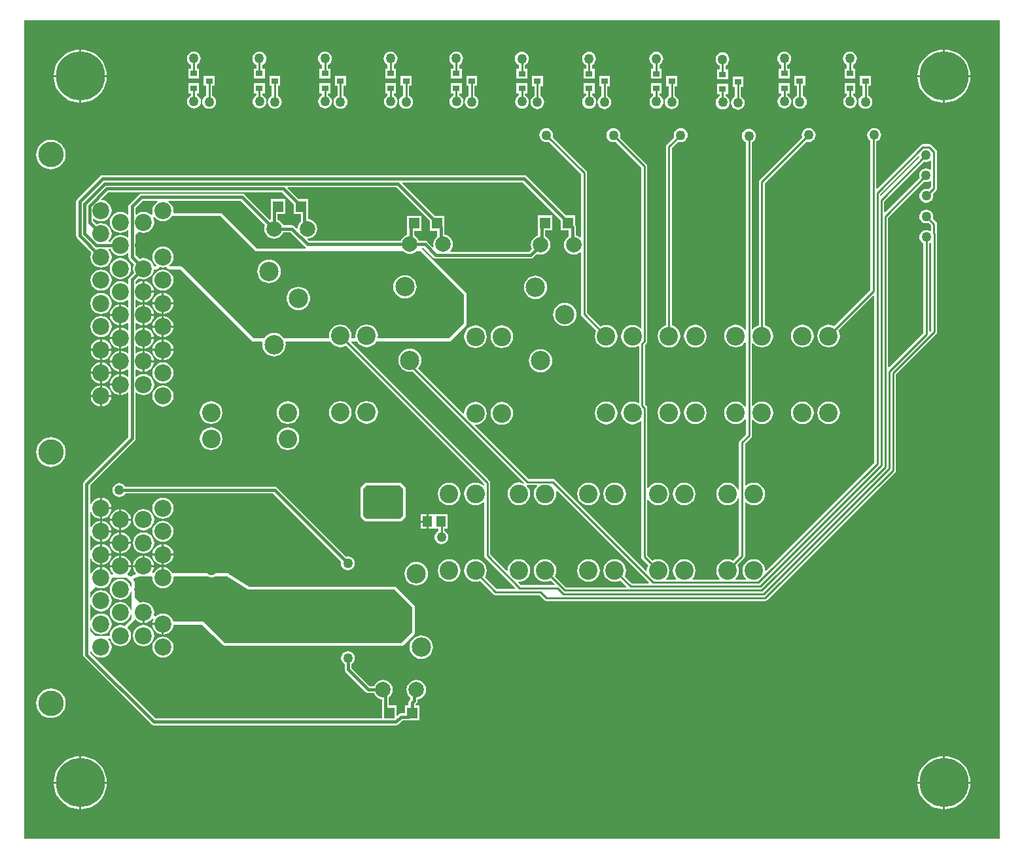
<source format=gbr>
%TF.GenerationSoftware,Altium Limited,Altium Designer,19.1.8 (144)*%
G04 Layer_Physical_Order=2*
G04 Layer_Color=16711680*
%FSLAX26Y26*%
%MOIN*%
%TF.FileFunction,Copper,L2,Bot,Signal*%
%TF.Part,Single*%
G01*
G75*
%TA.AperFunction,SMDPad,CuDef*%
%ADD17R,0.053150X0.057087*%
%ADD19R,0.045276X0.053150*%
%TA.AperFunction,Conductor*%
%ADD20C,0.015000*%
%ADD23C,0.010000*%
%TA.AperFunction,ComponentPad*%
%ADD25C,0.094488*%
%ADD26C,0.086614*%
%ADD27C,0.129921*%
%TA.AperFunction,ViaPad*%
%ADD28C,0.250000*%
%TA.AperFunction,ComponentPad*%
%ADD29C,0.098425*%
%ADD30C,0.078740*%
%TA.AperFunction,ViaPad*%
%ADD31C,0.050000*%
%ADD32C,0.030000*%
%TA.AperFunction,SMDPad,CuDef*%
%ADD33R,0.035433X0.031496*%
G36*
X4984707Y15293D02*
X15293D01*
Y4184707D01*
X4984707D01*
Y15293D01*
D02*
G37*
%LPC*%
G36*
X4705000Y4035024D02*
Y3905000D01*
X4835024D01*
X4833750Y3921184D01*
X4828790Y3941846D01*
X4820658Y3961478D01*
X4809555Y3979596D01*
X4795755Y3995755D01*
X4779596Y4009555D01*
X4761478Y4020658D01*
X4741846Y4028790D01*
X4721184Y4033750D01*
X4705000Y4035024D01*
D02*
G37*
G36*
X4695000D02*
X4678816Y4033750D01*
X4658154Y4028790D01*
X4638522Y4020658D01*
X4620404Y4009555D01*
X4604245Y3995755D01*
X4590445Y3979596D01*
X4579342Y3961478D01*
X4571210Y3941846D01*
X4566250Y3921184D01*
X4564976Y3905000D01*
X4695000D01*
Y4035024D01*
D02*
G37*
G36*
X305000D02*
Y3905000D01*
X435024D01*
X433750Y3921184D01*
X428790Y3941846D01*
X420658Y3961478D01*
X409555Y3979596D01*
X395755Y3995755D01*
X379596Y4009555D01*
X361478Y4020658D01*
X341846Y4028790D01*
X321184Y4033750D01*
X305000Y4035024D01*
D02*
G37*
G36*
X295000D02*
X278816Y4033750D01*
X258154Y4028790D01*
X238522Y4020658D01*
X220404Y4009555D01*
X204245Y3995755D01*
X190445Y3979596D01*
X179342Y3961478D01*
X171210Y3941846D01*
X166250Y3921184D01*
X164976Y3905000D01*
X295000D01*
Y4035024D01*
D02*
G37*
G36*
X4220938Y4025042D02*
X4211801Y4023839D01*
X4203287Y4020313D01*
X4195976Y4014702D01*
X4190366Y4007391D01*
X4186839Y3998877D01*
X4185636Y3989740D01*
X4186839Y3980603D01*
X4190366Y3972089D01*
X4195976Y3964778D01*
X4203287Y3959168D01*
X4205644Y3958191D01*
Y3938875D01*
X4193221D01*
Y3887379D01*
X4248654D01*
Y3938875D01*
X4236232D01*
Y3958191D01*
X4238589Y3959168D01*
X4245900Y3964778D01*
X4251510Y3972089D01*
X4255037Y3980603D01*
X4256240Y3989740D01*
X4255037Y3998877D01*
X4251510Y4007391D01*
X4245900Y4014702D01*
X4238589Y4020313D01*
X4230075Y4023839D01*
X4220938Y4025042D01*
D02*
G37*
G36*
X3886647D02*
X3877511Y4023839D01*
X3868996Y4020313D01*
X3861685Y4014702D01*
X3856075Y4007391D01*
X3852548Y3998877D01*
X3851345Y3989740D01*
X3852548Y3980603D01*
X3856075Y3972089D01*
X3861685Y3964778D01*
X3868996Y3959168D01*
X3871354Y3958191D01*
Y3938875D01*
X3858931D01*
Y3887379D01*
X3914364D01*
Y3938875D01*
X3901941D01*
Y3958191D01*
X3904298Y3959168D01*
X3911610Y3964778D01*
X3917220Y3972089D01*
X3920747Y3980603D01*
X3921949Y3989740D01*
X3920747Y3998877D01*
X3917220Y4007391D01*
X3911610Y4014702D01*
X3904298Y4020313D01*
X3895784Y4023839D01*
X3886647Y4025042D01*
D02*
G37*
G36*
X878032D02*
X868895Y4023839D01*
X860381Y4020313D01*
X853070Y4014702D01*
X847460Y4007391D01*
X843933Y3998877D01*
X842730Y3989740D01*
X843933Y3980603D01*
X847460Y3972089D01*
X853070Y3964778D01*
X860381Y3959168D01*
X862738Y3958191D01*
Y3938875D01*
X850316D01*
Y3887379D01*
X905749D01*
Y3938875D01*
X893326D01*
Y3958191D01*
X895683Y3959168D01*
X902994Y3964778D01*
X908604Y3972089D01*
X912131Y3980603D01*
X913334Y3989740D01*
X912131Y3998877D01*
X908604Y4007391D01*
X902994Y4014702D01*
X895683Y4020313D01*
X887169Y4023839D01*
X878032Y4025042D01*
D02*
G37*
G36*
X2215194D02*
X2206058Y4023839D01*
X2197543Y4020313D01*
X2190232Y4014702D01*
X2184622Y4007391D01*
X2181095Y3998877D01*
X2179892Y3989740D01*
X2181095Y3980603D01*
X2184622Y3972089D01*
X2190232Y3964778D01*
X2197543Y3959168D01*
X2199901Y3958191D01*
Y3938875D01*
X2187478D01*
Y3887379D01*
X2242911D01*
Y3938875D01*
X2230488D01*
Y3958191D01*
X2232845Y3959168D01*
X2240157Y3964778D01*
X2245767Y3972089D01*
X2249294Y3980603D01*
X2250496Y3989740D01*
X2249294Y3998877D01*
X2245767Y4007391D01*
X2240157Y4014702D01*
X2232845Y4020313D01*
X2224331Y4023839D01*
X2215194Y4025042D01*
D02*
G37*
G36*
X1880904D02*
X1871767Y4023839D01*
X1863253Y4020313D01*
X1855941Y4014702D01*
X1850331Y4007391D01*
X1846805Y3998877D01*
X1845602Y3989740D01*
X1846805Y3980603D01*
X1850331Y3972089D01*
X1855941Y3964778D01*
X1863253Y3959168D01*
X1865610Y3958191D01*
Y3938875D01*
X1853187D01*
Y3887379D01*
X1908620D01*
Y3938875D01*
X1896198D01*
Y3958191D01*
X1898555Y3959168D01*
X1905866Y3964778D01*
X1911476Y3972089D01*
X1915003Y3980603D01*
X1916206Y3989740D01*
X1915003Y3998877D01*
X1911476Y4007391D01*
X1905866Y4014702D01*
X1898555Y4020313D01*
X1890041Y4023839D01*
X1880904Y4025042D01*
D02*
G37*
G36*
X1546613D02*
X1537476Y4023839D01*
X1528962Y4020313D01*
X1521651Y4014702D01*
X1516041Y4007391D01*
X1512514Y3998877D01*
X1511311Y3989740D01*
X1512514Y3980603D01*
X1516041Y3972089D01*
X1521651Y3964778D01*
X1528962Y3959168D01*
X1531319Y3958191D01*
Y3938875D01*
X1518897D01*
Y3887379D01*
X1574330D01*
Y3938875D01*
X1561907D01*
Y3958191D01*
X1564264Y3959168D01*
X1571575Y3964778D01*
X1577186Y3972089D01*
X1580712Y3980603D01*
X1581915Y3989740D01*
X1580712Y3998877D01*
X1577186Y4007391D01*
X1571575Y4014702D01*
X1564264Y4020313D01*
X1555750Y4023839D01*
X1546613Y4025042D01*
D02*
G37*
G36*
X1212323D02*
X1203186Y4023839D01*
X1194672Y4020313D01*
X1187360Y4014702D01*
X1181750Y4007391D01*
X1178224Y3998877D01*
X1177021Y3989740D01*
X1178224Y3980603D01*
X1181750Y3972089D01*
X1187360Y3964778D01*
X1194672Y3959168D01*
X1197029Y3958191D01*
Y3938875D01*
X1184606D01*
Y3887379D01*
X1240039D01*
Y3938875D01*
X1227617D01*
Y3958191D01*
X1229974Y3959168D01*
X1237285Y3964778D01*
X1242895Y3972089D01*
X1246422Y3980603D01*
X1247625Y3989740D01*
X1246422Y3998877D01*
X1242895Y4007391D01*
X1237285Y4014702D01*
X1229974Y4020313D01*
X1221459Y4023839D01*
X1212323Y4025042D01*
D02*
G37*
G36*
X3234357Y4024215D02*
X3225220Y4023012D01*
X3216706Y4019486D01*
X3209394Y4013876D01*
X3203784Y4006564D01*
X3200258Y3998050D01*
X3199055Y3988913D01*
X3200258Y3979777D01*
X3203784Y3971262D01*
X3209394Y3963951D01*
X3216706Y3958341D01*
X3219063Y3957365D01*
Y3938048D01*
X3206640D01*
Y3886552D01*
X3262073D01*
Y3938048D01*
X3249651D01*
Y3957365D01*
X3252008Y3958341D01*
X3259319Y3963951D01*
X3264929Y3971262D01*
X3268456Y3979777D01*
X3269659Y3988913D01*
X3268456Y3998050D01*
X3264929Y4006564D01*
X3259319Y4013876D01*
X3252008Y4019486D01*
X3243494Y4023012D01*
X3234357Y4024215D01*
D02*
G37*
G36*
X2891724Y4024041D02*
X2882588Y4022838D01*
X2874073Y4019312D01*
X2866762Y4013702D01*
X2861152Y4006390D01*
X2857625Y3997876D01*
X2856422Y3988739D01*
X2857625Y3979603D01*
X2861152Y3971088D01*
X2866762Y3963777D01*
X2874073Y3958167D01*
X2876430Y3957191D01*
Y3937874D01*
X2864008D01*
Y3886378D01*
X2919441D01*
Y3937874D01*
X2907018D01*
Y3957191D01*
X2909375Y3958167D01*
X2916687Y3963777D01*
X2922297Y3971088D01*
X2925823Y3979603D01*
X2927026Y3988739D01*
X2925823Y3997876D01*
X2922297Y4006390D01*
X2916687Y4013702D01*
X2909375Y4019312D01*
X2900861Y4022838D01*
X2891724Y4024041D01*
D02*
G37*
G36*
X2549724Y4024041D02*
X2540588Y4022838D01*
X2532073Y4019311D01*
X2524762Y4013701D01*
X2519152Y4006390D01*
X2515625Y3997875D01*
X2514422Y3988739D01*
X2515625Y3979602D01*
X2519152Y3971088D01*
X2524762Y3963776D01*
X2532073Y3958166D01*
X2534430Y3957190D01*
Y3937873D01*
X2522008D01*
Y3886377D01*
X2577441D01*
Y3937873D01*
X2565018D01*
Y3957190D01*
X2567375Y3958166D01*
X2574687Y3963776D01*
X2580297Y3971088D01*
X2583823Y3979602D01*
X2585026Y3988739D01*
X2583823Y3997875D01*
X2580297Y4006390D01*
X2574687Y4013701D01*
X2567375Y4019311D01*
X2558861Y4022838D01*
X2549724Y4024041D01*
D02*
G37*
G36*
X3571724Y4020868D02*
X3562588Y4019665D01*
X3554073Y4016139D01*
X3546762Y4010528D01*
X3541152Y4003217D01*
X3537625Y3994703D01*
X3536422Y3985566D01*
X3537625Y3976429D01*
X3541152Y3967915D01*
X3546762Y3960604D01*
X3554073Y3954994D01*
X3556430Y3954017D01*
Y3934701D01*
X3544008D01*
Y3883205D01*
X3599441D01*
Y3934701D01*
X3587018D01*
Y3954017D01*
X3589375Y3954994D01*
X3596687Y3960604D01*
X3602297Y3967915D01*
X3605823Y3976429D01*
X3607026Y3985566D01*
X3605823Y3994703D01*
X3602297Y4003217D01*
X3596687Y4010528D01*
X3589375Y4016139D01*
X3580861Y4019665D01*
X3571724Y4020868D01*
D02*
G37*
G36*
X4835024Y3895000D02*
X4705000D01*
Y3764976D01*
X4721184Y3766250D01*
X4741846Y3771210D01*
X4761478Y3779342D01*
X4779596Y3790445D01*
X4795755Y3804245D01*
X4809555Y3820404D01*
X4820658Y3838522D01*
X4828790Y3858154D01*
X4833750Y3878816D01*
X4835024Y3895000D01*
D02*
G37*
G36*
X4695000D02*
X4564976D01*
X4566250Y3878816D01*
X4571210Y3858154D01*
X4579342Y3838522D01*
X4590445Y3820404D01*
X4604245Y3804245D01*
X4620404Y3790445D01*
X4638522Y3779342D01*
X4658154Y3771210D01*
X4678816Y3766250D01*
X4695000Y3764976D01*
Y3895000D01*
D02*
G37*
G36*
X435024D02*
X305000D01*
Y3764976D01*
X321184Y3766250D01*
X341846Y3771210D01*
X361478Y3779342D01*
X379596Y3790445D01*
X395755Y3804245D01*
X409555Y3820404D01*
X420658Y3838522D01*
X428790Y3858154D01*
X433750Y3878816D01*
X435024Y3895000D01*
D02*
G37*
G36*
X295000D02*
X164976D01*
X166250Y3878816D01*
X171210Y3858154D01*
X179342Y3838522D01*
X190445Y3820404D01*
X204245Y3804245D01*
X220404Y3790445D01*
X238522Y3779342D01*
X258154Y3771210D01*
X278816Y3766250D01*
X295000Y3764976D01*
Y3895000D01*
D02*
G37*
G36*
X4248654Y3864072D02*
X4193221D01*
Y3812576D01*
X4205644D01*
Y3801867D01*
X4204271Y3801298D01*
X4196960Y3795688D01*
X4191350Y3788377D01*
X4187823Y3779862D01*
X4186620Y3770726D01*
X4187823Y3761589D01*
X4191350Y3753075D01*
X4196960Y3745763D01*
X4204271Y3740153D01*
X4212785Y3736626D01*
X4221922Y3735424D01*
X4231059Y3736626D01*
X4239573Y3740153D01*
X4246885Y3745763D01*
X4252495Y3753075D01*
X4256021Y3761589D01*
X4257224Y3770726D01*
X4256021Y3779862D01*
X4252495Y3788377D01*
X4246885Y3795688D01*
X4239573Y3801298D01*
X4236232Y3802682D01*
Y3812576D01*
X4248654D01*
Y3864072D01*
D02*
G37*
G36*
X3914364D02*
X3858931D01*
Y3812576D01*
X3871354D01*
Y3801867D01*
X3869981Y3801298D01*
X3862669Y3795688D01*
X3857059Y3788377D01*
X3853532Y3779862D01*
X3852330Y3770726D01*
X3853532Y3761589D01*
X3857059Y3753075D01*
X3862669Y3745763D01*
X3869981Y3740153D01*
X3878495Y3736626D01*
X3887632Y3735424D01*
X3896768Y3736626D01*
X3905283Y3740153D01*
X3912594Y3745763D01*
X3918204Y3753075D01*
X3921731Y3761589D01*
X3922934Y3770726D01*
X3921731Y3779862D01*
X3918204Y3788377D01*
X3912594Y3795688D01*
X3905283Y3801298D01*
X3901941Y3802682D01*
Y3812576D01*
X3914364D01*
Y3864072D01*
D02*
G37*
G36*
X2242911Y3864072D02*
X2187478D01*
Y3812576D01*
X2199901D01*
Y3801867D01*
X2198528Y3801298D01*
X2191216Y3795688D01*
X2185606Y3788377D01*
X2182079Y3779862D01*
X2180877Y3770726D01*
X2182079Y3761589D01*
X2185606Y3753075D01*
X2191216Y3745763D01*
X2198528Y3740153D01*
X2207042Y3736626D01*
X2216179Y3735424D01*
X2225315Y3736626D01*
X2233830Y3740153D01*
X2241141Y3745763D01*
X2246751Y3753075D01*
X2250278Y3761589D01*
X2251481Y3770726D01*
X2250278Y3779862D01*
X2246751Y3788377D01*
X2241141Y3795688D01*
X2233830Y3801298D01*
X2230488Y3802682D01*
Y3812576D01*
X2242911D01*
Y3864072D01*
D02*
G37*
G36*
X1908620D02*
X1853187D01*
Y3812576D01*
X1865610D01*
Y3801867D01*
X1864237Y3801298D01*
X1856926Y3795688D01*
X1851316Y3788377D01*
X1847789Y3779862D01*
X1846586Y3770726D01*
X1847789Y3761589D01*
X1851316Y3753075D01*
X1856926Y3745763D01*
X1864237Y3740153D01*
X1872751Y3736626D01*
X1881888Y3735424D01*
X1891025Y3736626D01*
X1899539Y3740153D01*
X1906850Y3745763D01*
X1912460Y3753075D01*
X1915987Y3761589D01*
X1917190Y3770726D01*
X1915987Y3779862D01*
X1912460Y3788377D01*
X1906850Y3795688D01*
X1899539Y3801298D01*
X1896198Y3802682D01*
Y3812576D01*
X1908620D01*
Y3864072D01*
D02*
G37*
G36*
X1574330D02*
X1518897D01*
Y3812576D01*
X1531319D01*
Y3801867D01*
X1529946Y3801298D01*
X1522635Y3795688D01*
X1517025Y3788377D01*
X1513498Y3779862D01*
X1512295Y3770726D01*
X1513498Y3761589D01*
X1517025Y3753075D01*
X1522635Y3745763D01*
X1529946Y3740153D01*
X1538461Y3736626D01*
X1547597Y3735424D01*
X1556734Y3736626D01*
X1565248Y3740153D01*
X1572560Y3745763D01*
X1578170Y3753075D01*
X1581697Y3761589D01*
X1582899Y3770726D01*
X1581697Y3779862D01*
X1578170Y3788377D01*
X1572560Y3795688D01*
X1565248Y3801298D01*
X1561907Y3802682D01*
Y3812576D01*
X1574330D01*
Y3864072D01*
D02*
G37*
G36*
X1240039D02*
X1184606D01*
Y3812576D01*
X1197029D01*
Y3801867D01*
X1195656Y3801298D01*
X1188344Y3795688D01*
X1182734Y3788377D01*
X1179208Y3779862D01*
X1178005Y3770726D01*
X1179208Y3761589D01*
X1182734Y3753075D01*
X1188344Y3745763D01*
X1195656Y3740153D01*
X1204170Y3736626D01*
X1213307Y3735424D01*
X1222444Y3736626D01*
X1230958Y3740153D01*
X1238269Y3745763D01*
X1243879Y3753075D01*
X1247406Y3761589D01*
X1248609Y3770726D01*
X1247406Y3779862D01*
X1243879Y3788377D01*
X1238269Y3795688D01*
X1230958Y3801298D01*
X1227617Y3802682D01*
Y3812576D01*
X1240039D01*
Y3864072D01*
D02*
G37*
G36*
X905749Y3864072D02*
X850316D01*
Y3812576D01*
X862738D01*
Y3801867D01*
X861365Y3801298D01*
X854054Y3795688D01*
X848444Y3788377D01*
X844917Y3779862D01*
X843714Y3770726D01*
X844917Y3761589D01*
X848444Y3753075D01*
X854054Y3745763D01*
X861365Y3740153D01*
X869879Y3736626D01*
X879016Y3735424D01*
X888153Y3736626D01*
X896667Y3740153D01*
X903979Y3745763D01*
X909589Y3753075D01*
X913115Y3761589D01*
X914318Y3770726D01*
X913115Y3779862D01*
X909589Y3788377D01*
X903979Y3795688D01*
X896667Y3801298D01*
X893326Y3802682D01*
Y3812576D01*
X905749D01*
Y3864072D01*
D02*
G37*
G36*
X3262073Y3863245D02*
X3206640D01*
Y3811749D01*
X3219063D01*
Y3801040D01*
X3217690Y3800471D01*
X3210379Y3794861D01*
X3204769Y3787550D01*
X3201242Y3779036D01*
X3200039Y3769899D01*
X3201242Y3760762D01*
X3204769Y3752248D01*
X3210379Y3744936D01*
X3217690Y3739326D01*
X3226204Y3735800D01*
X3235341Y3734597D01*
X3244478Y3735800D01*
X3252992Y3739326D01*
X3260303Y3744936D01*
X3265913Y3752248D01*
X3269440Y3760762D01*
X3270643Y3769899D01*
X3269440Y3779036D01*
X3265913Y3787550D01*
X3260303Y3794861D01*
X3252992Y3800471D01*
X3249651Y3801855D01*
Y3811749D01*
X3262073D01*
Y3863245D01*
D02*
G37*
G36*
X2919441Y3863071D02*
X2864008D01*
Y3811575D01*
X2876430D01*
Y3800866D01*
X2875057Y3800297D01*
X2867746Y3794687D01*
X2862136Y3787376D01*
X2858609Y3778862D01*
X2857407Y3769725D01*
X2858609Y3760588D01*
X2862136Y3752074D01*
X2867746Y3744762D01*
X2875057Y3739152D01*
X2883572Y3735626D01*
X2892709Y3734423D01*
X2901845Y3735626D01*
X2910360Y3739152D01*
X2917671Y3744762D01*
X2923281Y3752074D01*
X2926808Y3760588D01*
X2928010Y3769725D01*
X2926808Y3778862D01*
X2923281Y3787376D01*
X2917671Y3794687D01*
X2910360Y3800297D01*
X2907018Y3801681D01*
Y3811575D01*
X2919441D01*
Y3863071D01*
D02*
G37*
G36*
X2577441Y3863070D02*
X2522008D01*
Y3811574D01*
X2534430D01*
Y3800865D01*
X2533057Y3800296D01*
X2525746Y3794686D01*
X2520136Y3787375D01*
X2516609Y3778861D01*
X2515407Y3769724D01*
X2516609Y3760587D01*
X2520136Y3752073D01*
X2525746Y3744762D01*
X2533057Y3739152D01*
X2541572Y3735625D01*
X2550709Y3734422D01*
X2559845Y3735625D01*
X2568360Y3739152D01*
X2575671Y3744762D01*
X2581281Y3752073D01*
X2584808Y3760587D01*
X2586010Y3769724D01*
X2584808Y3778861D01*
X2581281Y3787375D01*
X2575671Y3794686D01*
X2568360Y3800296D01*
X2565018Y3801680D01*
Y3811574D01*
X2577441D01*
Y3863070D01*
D02*
G37*
G36*
X4327395Y3901473D02*
X4271962D01*
Y3849977D01*
X4284384D01*
Y3800030D01*
X4282027Y3799054D01*
X4274716Y3793444D01*
X4269106Y3786133D01*
X4265579Y3777618D01*
X4264376Y3768482D01*
X4265579Y3759345D01*
X4269106Y3750831D01*
X4274716Y3743519D01*
X4282027Y3737909D01*
X4290541Y3734383D01*
X4299678Y3733180D01*
X4308815Y3734383D01*
X4317329Y3737909D01*
X4324641Y3743519D01*
X4330251Y3750831D01*
X4333777Y3759345D01*
X4334980Y3768482D01*
X4333777Y3777618D01*
X4330251Y3786133D01*
X4324641Y3793444D01*
X4317329Y3799054D01*
X4314972Y3800030D01*
Y3849977D01*
X4327395D01*
Y3901473D01*
D02*
G37*
G36*
X3993104D02*
X3937671D01*
Y3849977D01*
X3950094D01*
Y3800030D01*
X3947737Y3799054D01*
X3940425Y3793444D01*
X3934815Y3786133D01*
X3931289Y3777618D01*
X3930086Y3768482D01*
X3931289Y3759345D01*
X3934815Y3750831D01*
X3940425Y3743519D01*
X3947737Y3737909D01*
X3956251Y3734383D01*
X3965388Y3733180D01*
X3974524Y3734383D01*
X3983039Y3737909D01*
X3990350Y3743519D01*
X3995960Y3750831D01*
X3999487Y3759345D01*
X4000690Y3768482D01*
X3999487Y3777618D01*
X3995960Y3786133D01*
X3990350Y3793444D01*
X3983039Y3799054D01*
X3980682Y3800030D01*
Y3849977D01*
X3993104D01*
Y3901473D01*
D02*
G37*
G36*
X2321651Y3901473D02*
X2266218D01*
Y3849977D01*
X2278641D01*
Y3800030D01*
X2276284Y3799054D01*
X2268972Y3793444D01*
X2263362Y3786133D01*
X2259836Y3777618D01*
X2258633Y3768482D01*
X2259836Y3759345D01*
X2263362Y3750831D01*
X2268972Y3743519D01*
X2276284Y3737909D01*
X2284798Y3734383D01*
X2293935Y3733180D01*
X2303071Y3734383D01*
X2311586Y3737909D01*
X2318897Y3743519D01*
X2324507Y3750831D01*
X2328034Y3759345D01*
X2329237Y3768482D01*
X2328034Y3777618D01*
X2324507Y3786133D01*
X2318897Y3793444D01*
X2311586Y3799054D01*
X2309229Y3800030D01*
Y3849977D01*
X2321651D01*
Y3901473D01*
D02*
G37*
G36*
X1987361D02*
X1931928D01*
Y3849977D01*
X1944350D01*
Y3800030D01*
X1941993Y3799054D01*
X1934682Y3793444D01*
X1929072Y3786133D01*
X1925545Y3777618D01*
X1924342Y3768482D01*
X1925545Y3759345D01*
X1929072Y3750831D01*
X1934682Y3743519D01*
X1941993Y3737909D01*
X1950507Y3734383D01*
X1959644Y3733180D01*
X1968781Y3734383D01*
X1977295Y3737909D01*
X1984606Y3743519D01*
X1990216Y3750831D01*
X1993743Y3759345D01*
X1994946Y3768482D01*
X1993743Y3777618D01*
X1990216Y3786133D01*
X1984606Y3793444D01*
X1977295Y3799054D01*
X1974938Y3800030D01*
Y3849977D01*
X1987361D01*
Y3901473D01*
D02*
G37*
G36*
X1653070D02*
X1597637D01*
Y3849977D01*
X1610060D01*
Y3800030D01*
X1607702Y3799054D01*
X1600391Y3793444D01*
X1594781Y3786133D01*
X1591254Y3777618D01*
X1590051Y3768482D01*
X1591254Y3759345D01*
X1594781Y3750831D01*
X1600391Y3743519D01*
X1607702Y3737909D01*
X1616217Y3734383D01*
X1625353Y3733180D01*
X1634490Y3734383D01*
X1643004Y3737909D01*
X1650316Y3743519D01*
X1655926Y3750831D01*
X1659453Y3759345D01*
X1660655Y3768482D01*
X1659453Y3777618D01*
X1655926Y3786133D01*
X1650316Y3793444D01*
X1643004Y3799054D01*
X1640647Y3800030D01*
Y3849977D01*
X1653070D01*
Y3901473D01*
D02*
G37*
G36*
X1318779D02*
X1263346D01*
Y3849977D01*
X1275769D01*
Y3800030D01*
X1273412Y3799054D01*
X1266101Y3793444D01*
X1260490Y3786133D01*
X1256964Y3777618D01*
X1255761Y3768482D01*
X1256964Y3759345D01*
X1260490Y3750831D01*
X1266101Y3743519D01*
X1273412Y3737909D01*
X1281926Y3734383D01*
X1291063Y3733180D01*
X1300200Y3734383D01*
X1308714Y3737909D01*
X1316025Y3743519D01*
X1321635Y3750831D01*
X1325162Y3759345D01*
X1326365Y3768482D01*
X1325162Y3777618D01*
X1321635Y3786133D01*
X1316025Y3793444D01*
X1308714Y3799054D01*
X1306357Y3800030D01*
Y3849977D01*
X1318779D01*
Y3901473D01*
D02*
G37*
G36*
X984489Y3901473D02*
X929056D01*
Y3849977D01*
X941478D01*
Y3800030D01*
X939121Y3799054D01*
X931810Y3793444D01*
X926200Y3786133D01*
X922673Y3777618D01*
X921470Y3768482D01*
X922673Y3759345D01*
X926200Y3750831D01*
X931810Y3743519D01*
X939121Y3737909D01*
X947635Y3734383D01*
X956772Y3733180D01*
X965909Y3734383D01*
X974423Y3737909D01*
X981735Y3743519D01*
X987345Y3750831D01*
X990871Y3759345D01*
X992074Y3768482D01*
X990871Y3777618D01*
X987345Y3786133D01*
X981735Y3793444D01*
X974423Y3799054D01*
X972066Y3800030D01*
Y3849977D01*
X984489D01*
Y3901473D01*
D02*
G37*
G36*
X3340814Y3900647D02*
X3285381D01*
Y3849151D01*
X3297803D01*
Y3799204D01*
X3295446Y3798227D01*
X3288135Y3792617D01*
X3282525Y3785306D01*
X3278998Y3776792D01*
X3277795Y3767655D01*
X3278998Y3758518D01*
X3282525Y3750004D01*
X3288135Y3742693D01*
X3295446Y3737082D01*
X3303960Y3733556D01*
X3313097Y3732353D01*
X3322234Y3733556D01*
X3330748Y3737082D01*
X3338059Y3742693D01*
X3343669Y3750004D01*
X3347196Y3758518D01*
X3348399Y3767655D01*
X3347196Y3776792D01*
X3343669Y3785306D01*
X3338059Y3792617D01*
X3330748Y3798227D01*
X3328391Y3799204D01*
Y3849151D01*
X3340814D01*
Y3900647D01*
D02*
G37*
G36*
X2998181Y3900472D02*
X2942748D01*
Y3848977D01*
X2955171D01*
Y3799030D01*
X2952814Y3798053D01*
X2945502Y3792443D01*
X2939892Y3785132D01*
X2936365Y3776618D01*
X2935162Y3767481D01*
X2936365Y3758344D01*
X2939892Y3749830D01*
X2945502Y3742519D01*
X2952814Y3736908D01*
X2961328Y3733382D01*
X2970465Y3732179D01*
X2979601Y3733382D01*
X2988115Y3736908D01*
X2995427Y3742519D01*
X3001037Y3749830D01*
X3004564Y3758344D01*
X3005767Y3767481D01*
X3004564Y3776618D01*
X3001037Y3785132D01*
X2995427Y3792443D01*
X2988115Y3798053D01*
X2985758Y3799030D01*
Y3848977D01*
X2998181D01*
Y3900472D01*
D02*
G37*
G36*
X2656181Y3900472D02*
X2600748D01*
Y3848976D01*
X2613171D01*
Y3799029D01*
X2610814Y3798052D01*
X2603502Y3792442D01*
X2597892Y3785131D01*
X2594365Y3776617D01*
X2593162Y3767480D01*
X2594365Y3758343D01*
X2597892Y3749829D01*
X2603502Y3742518D01*
X2610814Y3736908D01*
X2619328Y3733381D01*
X2628465Y3732178D01*
X2637601Y3733381D01*
X2646115Y3736908D01*
X2653427Y3742518D01*
X2659037Y3749829D01*
X2662564Y3758343D01*
X2663767Y3767480D01*
X2662564Y3776617D01*
X2659037Y3785131D01*
X2653427Y3792442D01*
X2646115Y3798052D01*
X2643758Y3799029D01*
Y3848976D01*
X2656181D01*
Y3900472D01*
D02*
G37*
G36*
X3599441Y3859898D02*
X3544008D01*
Y3808402D01*
X3556430D01*
Y3797693D01*
X3555057Y3797124D01*
X3547746Y3791514D01*
X3542136Y3784203D01*
X3538609Y3775688D01*
X3537407Y3766552D01*
X3538609Y3757415D01*
X3542136Y3748901D01*
X3547746Y3741589D01*
X3555057Y3735979D01*
X3563572Y3732452D01*
X3572709Y3731250D01*
X3581845Y3732452D01*
X3590360Y3735979D01*
X3597671Y3741589D01*
X3603281Y3748901D01*
X3606808Y3757415D01*
X3608010Y3766552D01*
X3606808Y3775688D01*
X3603281Y3784203D01*
X3597671Y3791514D01*
X3590360Y3797124D01*
X3587018Y3798508D01*
Y3808402D01*
X3599441D01*
Y3859898D01*
D02*
G37*
G36*
X3678181Y3897299D02*
X3622748D01*
Y3845803D01*
X3635171D01*
Y3795856D01*
X3632814Y3794880D01*
X3625502Y3789270D01*
X3619892Y3781959D01*
X3616365Y3773444D01*
X3615162Y3764308D01*
X3616365Y3755171D01*
X3619892Y3746657D01*
X3625502Y3739345D01*
X3632814Y3733735D01*
X3641328Y3730209D01*
X3650465Y3729006D01*
X3659601Y3730209D01*
X3668115Y3733735D01*
X3675427Y3739345D01*
X3681037Y3746657D01*
X3684564Y3755171D01*
X3685767Y3764308D01*
X3684564Y3773444D01*
X3681037Y3781959D01*
X3675427Y3789270D01*
X3668115Y3794880D01*
X3665758Y3795856D01*
Y3845803D01*
X3678181D01*
Y3897299D01*
D02*
G37*
G36*
X4344456Y3635302D02*
X4335319Y3634099D01*
X4326805Y3630572D01*
X4319493Y3624962D01*
X4313883Y3617651D01*
X4310357Y3609137D01*
X4309154Y3600000D01*
X4310357Y3590863D01*
X4313883Y3582349D01*
X4319493Y3575038D01*
X4324974Y3570833D01*
Y2809815D01*
X4140756Y2625597D01*
X4127181Y2631220D01*
X4112237Y2633188D01*
X4097293Y2631220D01*
X4083368Y2625452D01*
X4071410Y2616277D01*
X4062234Y2604319D01*
X4056466Y2590393D01*
X4054499Y2575450D01*
X4056466Y2560506D01*
X4062234Y2546581D01*
X4071410Y2534623D01*
X4083368Y2525447D01*
X4097293Y2519679D01*
X4112237Y2517711D01*
X4127181Y2519679D01*
X4141106Y2525447D01*
X4153064Y2534623D01*
X4162240Y2546581D01*
X4168008Y2560506D01*
X4169975Y2575450D01*
X4168008Y2590393D01*
X4162385Y2603968D01*
X4340354Y2781938D01*
X4344974Y2780025D01*
Y1931066D01*
X3793373Y1379466D01*
X3788831Y1381994D01*
X3787007Y1395842D01*
X3781239Y1409767D01*
X3772064Y1421725D01*
X3760106Y1430901D01*
X3746180Y1436669D01*
X3731237Y1438637D01*
X3716293Y1436669D01*
X3702368Y1430901D01*
X3690410Y1421725D01*
X3681234Y1409767D01*
X3675466Y1395842D01*
X3673499Y1380898D01*
X3675466Y1365955D01*
X3681234Y1352029D01*
X3690082Y1340499D01*
X3689419Y1337153D01*
X3688857Y1335499D01*
X3639758D01*
X3639196Y1337153D01*
X3638533Y1340499D01*
X3647381Y1352029D01*
X3653149Y1365955D01*
X3655117Y1380898D01*
X3653149Y1395842D01*
X3647526Y1409417D01*
X3681807Y1443698D01*
X3685122Y1448660D01*
X3686287Y1454513D01*
Y1728525D01*
X3691287Y1729950D01*
X3702368Y1721447D01*
X3716293Y1715679D01*
X3731237Y1713711D01*
X3746180Y1715679D01*
X3760106Y1721447D01*
X3772064Y1730623D01*
X3781239Y1742581D01*
X3787007Y1756506D01*
X3788975Y1771450D01*
X3787007Y1786393D01*
X3781239Y1800319D01*
X3772064Y1812277D01*
X3760106Y1821452D01*
X3746180Y1827220D01*
X3731237Y1829188D01*
X3716293Y1827220D01*
X3702368Y1821452D01*
X3691287Y1812949D01*
X3686287Y1814374D01*
Y2026658D01*
X3716868Y2057239D01*
X3720184Y2062201D01*
X3721348Y2068054D01*
Y2148625D01*
X3726348Y2150322D01*
X3731277Y2143897D01*
X3743235Y2134722D01*
X3757161Y2128954D01*
X3772104Y2126986D01*
X3787048Y2128954D01*
X3800973Y2134722D01*
X3812931Y2143897D01*
X3822107Y2155855D01*
X3827875Y2169781D01*
X3829843Y2184724D01*
X3827875Y2199668D01*
X3822107Y2213593D01*
X3812931Y2225551D01*
X3800973Y2234727D01*
X3787048Y2240495D01*
X3772104Y2242463D01*
X3757161Y2240495D01*
X3743235Y2234727D01*
X3731277Y2225551D01*
X3726348Y2219127D01*
X3721348Y2220824D01*
Y2539176D01*
X3726348Y2540873D01*
X3731277Y2534449D01*
X3743235Y2525273D01*
X3757161Y2519505D01*
X3772104Y2517537D01*
X3787048Y2519505D01*
X3800973Y2525273D01*
X3812931Y2534449D01*
X3822107Y2546407D01*
X3827875Y2560332D01*
X3829843Y2575276D01*
X3827875Y2590219D01*
X3822107Y2604145D01*
X3812931Y2616103D01*
X3800973Y2625278D01*
X3787398Y2630901D01*
Y3354793D01*
X3999483Y3566877D01*
X4001840Y3565901D01*
X4010977Y3564698D01*
X4020114Y3565901D01*
X4028628Y3569428D01*
X4035939Y3575038D01*
X4041549Y3582349D01*
X4045076Y3590863D01*
X4046279Y3600000D01*
X4045076Y3609137D01*
X4041549Y3617651D01*
X4035939Y3624962D01*
X4028628Y3630572D01*
X4020114Y3634099D01*
X4010977Y3635302D01*
X4001840Y3634099D01*
X3993326Y3630572D01*
X3986015Y3624962D01*
X3980405Y3617651D01*
X3976878Y3609137D01*
X3975675Y3600000D01*
X3976878Y3590863D01*
X3977854Y3588506D01*
X3761290Y3371942D01*
X3757975Y3366980D01*
X3756811Y3361128D01*
Y2630901D01*
X3743235Y2625278D01*
X3731277Y2616103D01*
X3726348Y2609678D01*
X3721348Y2611375D01*
Y3564277D01*
X3723705Y3565254D01*
X3731016Y3570864D01*
X3736626Y3578175D01*
X3740153Y3586689D01*
X3741356Y3595826D01*
X3740153Y3604963D01*
X3736626Y3613477D01*
X3731016Y3620788D01*
X3723705Y3626398D01*
X3715191Y3629925D01*
X3706054Y3631128D01*
X3696917Y3629925D01*
X3688403Y3626398D01*
X3681091Y3620788D01*
X3675481Y3613477D01*
X3671955Y3604963D01*
X3670752Y3595826D01*
X3671955Y3586689D01*
X3675481Y3578175D01*
X3681091Y3570864D01*
X3688403Y3565254D01*
X3690760Y3564277D01*
Y2609086D01*
X3685760Y2607388D01*
X3679073Y2616103D01*
X3667115Y2625278D01*
X3653190Y2631046D01*
X3638246Y2633014D01*
X3623302Y2631046D01*
X3609377Y2625278D01*
X3597419Y2616103D01*
X3588243Y2604145D01*
X3582475Y2590219D01*
X3580508Y2575276D01*
X3582475Y2560332D01*
X3588243Y2546407D01*
X3597419Y2534449D01*
X3609377Y2525273D01*
X3623302Y2519505D01*
X3638246Y2517537D01*
X3653190Y2519505D01*
X3667115Y2525273D01*
X3679073Y2534449D01*
X3685760Y2543163D01*
X3690760Y2541466D01*
Y2218534D01*
X3685760Y2216837D01*
X3679073Y2225551D01*
X3667115Y2234727D01*
X3653190Y2240495D01*
X3638246Y2242463D01*
X3623302Y2240495D01*
X3609377Y2234727D01*
X3597419Y2225551D01*
X3588243Y2213593D01*
X3582475Y2199668D01*
X3580508Y2184724D01*
X3582475Y2169781D01*
X3588243Y2155855D01*
X3597419Y2143897D01*
X3609377Y2134722D01*
X3623302Y2128954D01*
X3638246Y2126986D01*
X3653190Y2128954D01*
X3667115Y2134722D01*
X3679073Y2143897D01*
X3685760Y2152612D01*
X3690760Y2150914D01*
Y2074389D01*
X3660178Y2043807D01*
X3656863Y2038845D01*
X3655699Y2032993D01*
Y1793304D01*
X3650699Y1792309D01*
X3647381Y1800319D01*
X3638205Y1812277D01*
X3626247Y1821452D01*
X3612322Y1827220D01*
X3597378Y1829188D01*
X3582435Y1827220D01*
X3568509Y1821452D01*
X3556551Y1812277D01*
X3547376Y1800319D01*
X3541608Y1786393D01*
X3539640Y1771450D01*
X3541608Y1756506D01*
X3547376Y1742581D01*
X3556551Y1730623D01*
X3568509Y1721447D01*
X3582435Y1715679D01*
X3597378Y1713711D01*
X3612322Y1715679D01*
X3626247Y1721447D01*
X3638205Y1730623D01*
X3647381Y1742581D01*
X3650699Y1750590D01*
X3655699Y1749595D01*
Y1460848D01*
X3625897Y1431046D01*
X3612322Y1436669D01*
X3597378Y1438637D01*
X3582435Y1436669D01*
X3568509Y1430901D01*
X3556551Y1421725D01*
X3547376Y1409767D01*
X3541608Y1395842D01*
X3539640Y1380898D01*
X3541608Y1365955D01*
X3547376Y1352029D01*
X3556224Y1340499D01*
X3555561Y1337153D01*
X3554999Y1335499D01*
X3419811D01*
X3418386Y1340499D01*
X3426889Y1351580D01*
X3432657Y1365505D01*
X3434624Y1380449D01*
X3432657Y1395392D01*
X3426889Y1409318D01*
X3417713Y1421276D01*
X3405755Y1430451D01*
X3391830Y1436219D01*
X3376886Y1438187D01*
X3361943Y1436219D01*
X3348017Y1430451D01*
X3336059Y1421276D01*
X3326884Y1409318D01*
X3321116Y1395392D01*
X3319148Y1380449D01*
X3321116Y1365505D01*
X3326884Y1351580D01*
X3335387Y1340499D01*
X3333962Y1335499D01*
X3285952D01*
X3284528Y1340499D01*
X3293031Y1351580D01*
X3298799Y1365505D01*
X3300766Y1380449D01*
X3298799Y1395392D01*
X3293031Y1409318D01*
X3283855Y1421276D01*
X3271897Y1430451D01*
X3257972Y1436219D01*
X3243028Y1438187D01*
X3228084Y1436219D01*
X3214509Y1430597D01*
X3188561Y1456544D01*
Y1740943D01*
X3193561Y1741433D01*
X3202201Y1730173D01*
X3214159Y1720997D01*
X3228084Y1715229D01*
X3243028Y1713262D01*
X3257972Y1715229D01*
X3271897Y1720997D01*
X3283855Y1730173D01*
X3293031Y1742131D01*
X3298799Y1756056D01*
X3300766Y1771000D01*
X3298799Y1785944D01*
X3293031Y1799869D01*
X3283855Y1811827D01*
X3271897Y1821003D01*
X3257972Y1826771D01*
X3243028Y1828738D01*
X3228084Y1826771D01*
X3214159Y1821003D01*
X3202201Y1811827D01*
X3193561Y1800567D01*
X3188561Y1801057D01*
Y2208678D01*
X3187397Y2214531D01*
X3184082Y2219493D01*
X3177495Y2226079D01*
Y2531921D01*
X3184082Y2538507D01*
X3187397Y2543469D01*
X3188561Y2549322D01*
Y3441786D01*
X3187397Y3447638D01*
X3184082Y3452600D01*
X3049177Y3587505D01*
X3050153Y3589862D01*
X3051356Y3598999D01*
X3050153Y3608136D01*
X3046626Y3616650D01*
X3041016Y3623961D01*
X3033705Y3629572D01*
X3025191Y3633098D01*
X3016054Y3634301D01*
X3006917Y3633098D01*
X2998403Y3629572D01*
X2991091Y3623961D01*
X2985481Y3616650D01*
X2981955Y3608136D01*
X2980752Y3598999D01*
X2981955Y3589862D01*
X2985481Y3581348D01*
X2991091Y3574037D01*
X2998403Y3568427D01*
X3006917Y3564900D01*
X3016054Y3563697D01*
X3025191Y3564900D01*
X3027548Y3565876D01*
X3157973Y3435451D01*
Y2617200D01*
X3152973Y2615775D01*
X3141892Y2624278D01*
X3127967Y2630046D01*
X3113023Y2632014D01*
X3098079Y2630046D01*
X3084154Y2624278D01*
X3072196Y2615103D01*
X3063021Y2603145D01*
X3057253Y2589219D01*
X3055285Y2574276D01*
X3057253Y2559332D01*
X3063021Y2545407D01*
X3072196Y2533449D01*
X3084154Y2524273D01*
X3098079Y2518505D01*
X3113023Y2516537D01*
X3127967Y2518505D01*
X3141892Y2524273D01*
X3142423Y2524680D01*
X3146907Y2522468D01*
Y2235532D01*
X3142423Y2233320D01*
X3141892Y2233727D01*
X3127967Y2239495D01*
X3113023Y2241463D01*
X3098079Y2239495D01*
X3084154Y2233727D01*
X3072196Y2224551D01*
X3063021Y2212593D01*
X3057253Y2198668D01*
X3055285Y2183724D01*
X3057253Y2168781D01*
X3063021Y2154855D01*
X3072196Y2142897D01*
X3084154Y2133722D01*
X3098079Y2127954D01*
X3113023Y2125986D01*
X3127967Y2127954D01*
X3141892Y2133722D01*
X3152973Y2142225D01*
X3157973Y2140800D01*
Y1450209D01*
X3159138Y1444357D01*
X3162453Y1439395D01*
X3192880Y1408968D01*
X3187257Y1395392D01*
X3185434Y1381545D01*
X3180891Y1379016D01*
X2717092Y1842816D01*
X2712130Y1846131D01*
X2706278Y1847295D01*
X2584350D01*
X2312057Y2119588D01*
X2314586Y2124131D01*
X2328433Y2125954D01*
X2342359Y2131722D01*
X2354317Y2140897D01*
X2363492Y2152855D01*
X2369260Y2166781D01*
X2371228Y2181724D01*
X2369260Y2196668D01*
X2363492Y2210593D01*
X2354317Y2222551D01*
X2342359Y2231727D01*
X2328433Y2237495D01*
X2313490Y2239463D01*
X2298546Y2237495D01*
X2284621Y2231727D01*
X2272663Y2222551D01*
X2263487Y2210593D01*
X2257719Y2196668D01*
X2255896Y2182820D01*
X2251353Y2180292D01*
X2021161Y2410484D01*
X2028472Y2419394D01*
X2033970Y2429680D01*
X2037356Y2440842D01*
X2038500Y2452449D01*
X2037356Y2464057D01*
X2033970Y2475219D01*
X2028472Y2485505D01*
X2021073Y2494522D01*
X2012056Y2501921D01*
X2001770Y2507419D01*
X1990608Y2510805D01*
X1979001Y2511948D01*
X1967393Y2510805D01*
X1956231Y2507419D01*
X1945945Y2501921D01*
X1936928Y2494522D01*
X1929529Y2485505D01*
X1924031Y2475219D01*
X1920645Y2464057D01*
X1919501Y2452449D01*
X1920645Y2440842D01*
X1924031Y2429680D01*
X1929529Y2419394D01*
X1936928Y2410377D01*
X1945945Y2402978D01*
X1956231Y2397479D01*
X1967393Y2394094D01*
X1979001Y2392950D01*
X1990608Y2394094D01*
X1993436Y2394951D01*
X2560157Y1828230D01*
X2557325Y1823991D01*
X2548787Y1827528D01*
X2533843Y1829495D01*
X2518899Y1827528D01*
X2504974Y1821760D01*
X2493016Y1812584D01*
X2483840Y1800626D01*
X2478072Y1786701D01*
X2476105Y1771757D01*
X2478072Y1756813D01*
X2483840Y1742888D01*
X2493016Y1730930D01*
X2504974Y1721755D01*
X2518899Y1715986D01*
X2533843Y1714019D01*
X2548787Y1715986D01*
X2562712Y1721755D01*
X2574670Y1730930D01*
X2583846Y1742888D01*
X2589614Y1756813D01*
X2591581Y1771757D01*
X2589614Y1786701D01*
X2583846Y1800626D01*
X2574950Y1812219D01*
X2575264Y1813534D01*
X2577333Y1816843D01*
X2578015Y1816707D01*
X2624777D01*
X2626202Y1811707D01*
X2617699Y1800626D01*
X2611931Y1786701D01*
X2609963Y1771757D01*
X2611931Y1756813D01*
X2617699Y1742888D01*
X2626874Y1730930D01*
X2638832Y1721755D01*
X2652758Y1715986D01*
X2667701Y1714019D01*
X2682645Y1715986D01*
X2696570Y1721755D01*
X2708528Y1730930D01*
X2717704Y1742888D01*
X2723472Y1756813D01*
X2725439Y1771757D01*
X2723562Y1786017D01*
X2726515Y1788734D01*
X2727355Y1789295D01*
X3196532Y1320118D01*
X3194619Y1315499D01*
X3109599D01*
X3072718Y1352380D01*
X3078341Y1365955D01*
X3080308Y1380898D01*
X3078341Y1395842D01*
X3072573Y1409767D01*
X3063397Y1421725D01*
X3051439Y1430901D01*
X3037514Y1436669D01*
X3022570Y1438637D01*
X3007626Y1436669D01*
X2993701Y1430901D01*
X2981743Y1421725D01*
X2972567Y1409767D01*
X2966799Y1395842D01*
X2964832Y1380898D01*
X2966799Y1365955D01*
X2972567Y1352029D01*
X2981743Y1340071D01*
X2993701Y1330896D01*
X3007626Y1325128D01*
X3022570Y1323160D01*
X3037514Y1325128D01*
X3051089Y1330751D01*
X3081722Y1300118D01*
X3079808Y1295499D01*
X2775037D01*
X2717849Y1352687D01*
X2723472Y1366262D01*
X2725439Y1381206D01*
X2723472Y1396150D01*
X2717704Y1410075D01*
X2708528Y1422033D01*
X2696570Y1431209D01*
X2682645Y1436977D01*
X2667701Y1438944D01*
X2652758Y1436977D01*
X2638832Y1431209D01*
X2626874Y1422033D01*
X2617699Y1410075D01*
X2611931Y1396150D01*
X2609963Y1381206D01*
X2611931Y1366262D01*
X2617699Y1352337D01*
X2626874Y1340379D01*
X2638832Y1331203D01*
X2652758Y1325435D01*
X2667701Y1323468D01*
X2682645Y1325435D01*
X2696220Y1331058D01*
X2716365Y1310913D01*
X2714452Y1306294D01*
X2545186D01*
X2532410Y1319069D01*
X2534939Y1323612D01*
X2548787Y1325435D01*
X2562712Y1331203D01*
X2574670Y1340379D01*
X2583846Y1352337D01*
X2589614Y1366262D01*
X2591581Y1381206D01*
X2589614Y1396150D01*
X2583846Y1410075D01*
X2574670Y1422033D01*
X2562712Y1431209D01*
X2548787Y1436977D01*
X2533843Y1438944D01*
X2518899Y1436977D01*
X2504974Y1431209D01*
X2493016Y1422033D01*
X2483840Y1410075D01*
X2478072Y1396150D01*
X2476249Y1382302D01*
X2471706Y1379773D01*
X2388467Y1463013D01*
Y1828427D01*
X2387303Y1834280D01*
X2383988Y1839242D01*
X1679643Y2543586D01*
X1680324Y2545750D01*
X1682196Y2548105D01*
X1683561Y2547739D01*
X1684064Y2547805D01*
X1684562Y2547706D01*
X1698983D01*
X1699480Y2547805D01*
X1699983Y2547739D01*
X1702390Y2548384D01*
X1704835Y2548870D01*
X1707121Y2548289D01*
X1709975Y2546225D01*
X1717874Y2535930D01*
X1729832Y2526755D01*
X1743758Y2520986D01*
X1758701Y2519019D01*
X1773645Y2520986D01*
X1787570Y2526755D01*
X1799528Y2535930D01*
X1808704Y2547888D01*
X1812567Y2548870D01*
X1815013Y2548384D01*
X1817420Y2547739D01*
X1817922Y2547805D01*
X1818420Y2547706D01*
X2177000Y2547706D01*
X2182853Y2548870D01*
X2187814Y2552186D01*
X2263814Y2628186D01*
X2267130Y2633147D01*
X2268294Y2639000D01*
Y2787000D01*
X2267130Y2792853D01*
X2263814Y2797814D01*
X2044315Y3017314D01*
X2040059Y3020158D01*
X2040179Y3023063D01*
X2040891Y3025158D01*
X2048808D01*
X2098452Y2975514D01*
X2098452Y2975514D01*
X2104241Y2971646D01*
X2111069Y2970288D01*
X2592723D01*
X2599551Y2971646D01*
X2605340Y2975514D01*
X2624712Y2994886D01*
X2631767Y2991964D01*
X2644656Y2990267D01*
X2657544Y2991964D01*
X2669554Y2996938D01*
X2679867Y3004852D01*
X2687780Y3015165D01*
X2692755Y3027175D01*
X2694452Y3040063D01*
X2692755Y3052951D01*
X2687780Y3064961D01*
X2679867Y3075274D01*
X2669554Y3083188D01*
X2667697Y3083957D01*
Y3113457D01*
X2705504D01*
Y3190543D01*
X2632354D01*
Y3134649D01*
X2632012Y3132925D01*
Y3088195D01*
X2631767Y3088162D01*
X2619758Y3083188D01*
X2609444Y3075274D01*
X2601531Y3064961D01*
X2596556Y3052951D01*
X2594860Y3040063D01*
X2596556Y3027175D01*
X2599479Y3020120D01*
X2585332Y3005973D01*
X2188412D01*
X2185946Y3010973D01*
X2191416Y3018103D01*
X2196391Y3030112D01*
X2198088Y3043001D01*
X2196391Y3055889D01*
X2191416Y3067899D01*
X2183503Y3078212D01*
X2173190Y3086125D01*
X2161180Y3091100D01*
X2154988Y3091915D01*
Y3130925D01*
X2154646Y3132649D01*
Y3188543D01*
X2106730D01*
X1940735Y3354538D01*
X1942649Y3359157D01*
X2554649D01*
X2748496Y3165310D01*
Y3113457D01*
X2788803D01*
Y3082999D01*
X2778736Y3075274D01*
X2770822Y3064961D01*
X2765848Y3052951D01*
X2764151Y3040063D01*
X2765848Y3027175D01*
X2770822Y3015165D01*
X2778736Y3004852D01*
X2789049Y2996938D01*
X2801059Y2991964D01*
X2813947Y2990267D01*
X2826835Y2991964D01*
X2838845Y2996938D01*
X2846023Y3002446D01*
X2851023Y2999981D01*
Y2687124D01*
X2852187Y2681271D01*
X2855503Y2676309D01*
X2929017Y2602794D01*
X2923394Y2589219D01*
X2921427Y2574276D01*
X2923394Y2559332D01*
X2929162Y2545407D01*
X2938338Y2533449D01*
X2950296Y2524273D01*
X2964221Y2518505D01*
X2979165Y2516537D01*
X2994109Y2518505D01*
X3008034Y2524273D01*
X3019992Y2533449D01*
X3029168Y2545407D01*
X3034936Y2559332D01*
X3036903Y2574276D01*
X3034936Y2589219D01*
X3029168Y2603145D01*
X3019992Y2615103D01*
X3008034Y2624278D01*
X2994109Y2630046D01*
X2979165Y2632014D01*
X2964221Y2630046D01*
X2950646Y2624423D01*
X2881611Y2693458D01*
Y3406735D01*
X2880447Y3412588D01*
X2877131Y3417550D01*
X2707177Y3587505D01*
X2708153Y3589862D01*
X2709356Y3598998D01*
X2708153Y3608135D01*
X2704626Y3616649D01*
X2699016Y3623961D01*
X2691705Y3629571D01*
X2683191Y3633097D01*
X2674054Y3634300D01*
X2664917Y3633097D01*
X2656403Y3629571D01*
X2649091Y3623961D01*
X2643481Y3616649D01*
X2639955Y3608135D01*
X2638752Y3598998D01*
X2639955Y3589862D01*
X2643481Y3581347D01*
X2649091Y3574036D01*
X2656403Y3568426D01*
X2664917Y3564899D01*
X2674054Y3563696D01*
X2683191Y3564899D01*
X2685548Y3565876D01*
X2851023Y3400400D01*
Y3080146D01*
X2846023Y3077680D01*
X2838845Y3083188D01*
X2826835Y3088162D01*
X2824488Y3088471D01*
Y3130425D01*
X2823130Y3137253D01*
X2821646Y3139475D01*
Y3190543D01*
X2773730D01*
X2574656Y3389617D01*
X2568868Y3393485D01*
X2562039Y3394843D01*
X414462D01*
X407634Y3393485D01*
X401846Y3389617D01*
X284482Y3272253D01*
X280614Y3266464D01*
X279256Y3259636D01*
Y3086743D01*
X280614Y3079915D01*
X284482Y3074126D01*
X357595Y3001013D01*
X353971Y2992262D01*
X352138Y2978347D01*
X353971Y2964431D01*
X359342Y2951463D01*
X367886Y2940327D01*
X379022Y2931783D01*
X391990Y2926412D01*
X405906Y2924579D01*
X419821Y2926412D01*
X432789Y2931783D01*
X443925Y2940327D01*
X452469Y2951463D01*
X457841Y2964431D01*
X459673Y2978347D01*
X457841Y2992262D01*
X452469Y3005230D01*
X445311Y3014559D01*
X447633Y3019559D01*
X454022D01*
X457767Y3010518D01*
X466312Y2999383D01*
X477447Y2990838D01*
X490415Y2985467D01*
X504331Y2983635D01*
X518247Y2985467D01*
X531214Y2990838D01*
X540791Y2998186D01*
X545791Y2996104D01*
Y2978098D01*
X547149Y2971270D01*
X551017Y2965482D01*
X574251Y2942248D01*
X570506Y2933207D01*
X568674Y2919291D01*
X570506Y2905375D01*
X573328Y2898562D01*
X550521Y2875755D01*
X546653Y2869966D01*
X545295Y2863138D01*
Y2843243D01*
X540295Y2840777D01*
X531214Y2847745D01*
X518247Y2853116D01*
X504331Y2854948D01*
X490415Y2853116D01*
X477447Y2847745D01*
X466312Y2839200D01*
X457767Y2828065D01*
X452396Y2815097D01*
X450564Y2801181D01*
X452396Y2787265D01*
X457767Y2774298D01*
X466312Y2763162D01*
X477447Y2754617D01*
X490415Y2749246D01*
X504331Y2747414D01*
X518247Y2749246D01*
X531214Y2754617D01*
X540295Y2761585D01*
X545295Y2759119D01*
Y2725133D01*
X540295Y2722667D01*
X531214Y2729635D01*
X518247Y2735006D01*
X509331Y2736180D01*
Y2683071D01*
Y2629962D01*
X518247Y2631136D01*
X531214Y2636507D01*
X540295Y2643475D01*
X545295Y2641009D01*
Y2607022D01*
X540295Y2604556D01*
X531214Y2611524D01*
X518247Y2616896D01*
X509331Y2618069D01*
Y2564961D01*
Y2511852D01*
X518247Y2513026D01*
X531214Y2518397D01*
X540295Y2525365D01*
X545295Y2522899D01*
Y2488912D01*
X540295Y2486446D01*
X531214Y2493414D01*
X518247Y2498785D01*
X509331Y2499959D01*
Y2446850D01*
Y2393742D01*
X518247Y2394915D01*
X531214Y2400287D01*
X540295Y2407255D01*
X545295Y2404789D01*
Y2370802D01*
X540295Y2368336D01*
X531214Y2375304D01*
X518247Y2380675D01*
X509331Y2381849D01*
Y2328740D01*
Y2275631D01*
X518247Y2276805D01*
X531214Y2282177D01*
X540295Y2289144D01*
X545295Y2286679D01*
Y2060529D01*
X319383Y1834617D01*
X315515Y1828828D01*
X314157Y1822000D01*
Y952000D01*
X315515Y945172D01*
X319383Y939383D01*
X661426Y597340D01*
X661427Y597340D01*
X667215Y593472D01*
X674043Y592114D01*
X674044Y592114D01*
X1907753D01*
X1914581Y593472D01*
X1920369Y597340D01*
X1940143Y617114D01*
X1970996D01*
X1972719Y617457D01*
X2026646D01*
Y694543D01*
X2007914D01*
Y699653D01*
X2012349Y704088D01*
X2012350Y704089D01*
X2016217Y709877D01*
X2017576Y716705D01*
X2017576Y716706D01*
Y724947D01*
X2024817Y725901D01*
X2036827Y730875D01*
X2047140Y738789D01*
X2055054Y749102D01*
X2060028Y761112D01*
X2061725Y774000D01*
X2060028Y786888D01*
X2055054Y798898D01*
X2047140Y809211D01*
X2036827Y817125D01*
X2024817Y822099D01*
X2011929Y823796D01*
X1999041Y822099D01*
X1987031Y817125D01*
X1976718Y809211D01*
X1968804Y798898D01*
X1963830Y786888D01*
X1962133Y774000D01*
X1963830Y761112D01*
X1968804Y749102D01*
X1976718Y738789D01*
X1981890Y734820D01*
Y724096D01*
X1977454Y719660D01*
X1973586Y713871D01*
X1972228Y707043D01*
Y694543D01*
X1953496D01*
Y652799D01*
X1932753D01*
X1925925Y651441D01*
X1920136Y647573D01*
X1920136Y647573D01*
X1915123Y642561D01*
X1910504Y644474D01*
Y694543D01*
X1872697D01*
Y734836D01*
X1877849Y738789D01*
X1885762Y749102D01*
X1890737Y761112D01*
X1892434Y774000D01*
X1890737Y786888D01*
X1885762Y798898D01*
X1877849Y809211D01*
X1867536Y817125D01*
X1855526Y822099D01*
X1842638Y823796D01*
X1829749Y822099D01*
X1817740Y817125D01*
X1807427Y809211D01*
X1799513Y798898D01*
X1796591Y791843D01*
X1775391D01*
X1681843Y885391D01*
Y904575D01*
X1688962Y910038D01*
X1694572Y917349D01*
X1698099Y925863D01*
X1699302Y935000D01*
X1698099Y944137D01*
X1694572Y952651D01*
X1688962Y959962D01*
X1681651Y965572D01*
X1673137Y969099D01*
X1664000Y970302D01*
X1654863Y969099D01*
X1646349Y965572D01*
X1639038Y959962D01*
X1633428Y952651D01*
X1629901Y944137D01*
X1628698Y935000D01*
X1629901Y925863D01*
X1633428Y917349D01*
X1639038Y910038D01*
X1646157Y904575D01*
Y878000D01*
X1647515Y871172D01*
X1651383Y865383D01*
X1755383Y761383D01*
X1761172Y757515D01*
X1768000Y756157D01*
X1796591D01*
X1799513Y749102D01*
X1807427Y738789D01*
X1817740Y730875D01*
X1829749Y725901D01*
X1837012Y724945D01*
Y675075D01*
X1837354Y673351D01*
Y627799D01*
X681434D01*
X349843Y959391D01*
Y973141D01*
X354843Y974136D01*
X359342Y963274D01*
X367886Y952138D01*
X379022Y943594D01*
X391990Y938222D01*
X405906Y936390D01*
X419821Y938222D01*
X432789Y943594D01*
X443925Y952138D01*
X452469Y963274D01*
X457841Y976242D01*
X459673Y990158D01*
X457841Y1004073D01*
X452469Y1017041D01*
X443925Y1028177D01*
X442612Y1029184D01*
X444219Y1033919D01*
X450563D01*
X452527Y1034309D01*
X452797Y1034327D01*
X457767Y1022329D01*
X466312Y1011193D01*
X477447Y1002649D01*
X490415Y997278D01*
X504331Y995446D01*
X518247Y997278D01*
X531214Y1002649D01*
X542350Y1011193D01*
X550894Y1022329D01*
X556266Y1035297D01*
X558098Y1049213D01*
X556266Y1063129D01*
X550894Y1076096D01*
X542350Y1087232D01*
X541510Y1087876D01*
X541183Y1092866D01*
X572503Y1124186D01*
X575818Y1129147D01*
X576317Y1131653D01*
X581663Y1132900D01*
X584422Y1129304D01*
X595557Y1120759D01*
X608525Y1115388D01*
X617441Y1114214D01*
Y1167323D01*
X627441D01*
Y1114214D01*
X636357Y1115388D01*
X649324Y1120759D01*
X660460Y1129304D01*
X665091Y1135339D01*
X670267Y1135686D01*
X673240Y1132585D01*
X668931Y1122184D01*
X667757Y1113268D01*
X720866D01*
Y1108268D01*
X725866D01*
Y1055159D01*
X734782Y1056333D01*
X747750Y1061704D01*
X758885Y1070249D01*
X767430Y1081384D01*
X772801Y1094352D01*
X774296Y1105706D01*
X916962Y1105706D01*
X1028109Y1000874D01*
X1030452Y999406D01*
X1032750Y997870D01*
X1032972Y997826D01*
X1033165Y997705D01*
X1035890Y997246D01*
X1038602Y996706D01*
X1935410D01*
X1941263Y997870D01*
X1946224Y1001186D01*
X2000814Y1055776D01*
X2004130Y1060737D01*
X2005294Y1066590D01*
X2005294Y1195000D01*
X2004130Y1200853D01*
X2000814Y1205814D01*
X1911814Y1294814D01*
X1906853Y1298130D01*
X1901000Y1299294D01*
X1160386Y1299294D01*
X1055306Y1364969D01*
X1054113Y1365421D01*
X1053053Y1366130D01*
X1051350Y1366468D01*
X1049726Y1367084D01*
X1048451Y1367045D01*
X1047200Y1367294D01*
X988432D01*
X986469Y1366903D01*
X984473Y1366773D01*
X983568Y1366326D01*
X982579Y1366130D01*
X980916Y1365018D01*
X979121Y1364133D01*
X978938Y1363993D01*
X974144Y1362007D01*
X969000Y1361330D01*
X963856Y1362007D01*
X959062Y1363993D01*
X958879Y1364133D01*
X957084Y1365018D01*
X955421Y1366130D01*
X954432Y1366326D01*
X953527Y1366773D01*
X951531Y1366903D01*
X949568Y1367294D01*
X777436D01*
X776938Y1367195D01*
X776435Y1367261D01*
X774028Y1366616D01*
X771583Y1366130D01*
X768144Y1369647D01*
X767430Y1371372D01*
X758885Y1382507D01*
X747750Y1391052D01*
X734782Y1396423D01*
X725866Y1397597D01*
Y1344488D01*
X715866D01*
Y1397597D01*
X706950Y1396423D01*
X693982Y1391052D01*
X682847Y1382507D01*
X674302Y1371372D01*
X673588Y1369647D01*
X672225Y1368253D01*
X669082Y1368855D01*
X667124Y1374209D01*
X669005Y1376660D01*
X674376Y1389627D01*
X675550Y1398543D01*
X622441D01*
X569332D01*
X570506Y1389627D01*
X575877Y1376660D01*
X583232Y1367075D01*
X582460Y1361323D01*
X564419Y1353714D01*
X563193Y1352883D01*
X561825Y1352312D01*
X560746Y1351226D01*
X559479Y1350367D01*
X555206Y1350068D01*
X553619Y1350499D01*
X548910Y1355208D01*
X543949Y1358523D01*
X541956Y1358920D01*
X540710Y1364266D01*
X542350Y1365524D01*
X550894Y1376660D01*
X556266Y1389627D01*
X557439Y1398543D01*
X504331D01*
X451222D01*
X452396Y1389627D01*
X457767Y1376660D01*
X466312Y1365524D01*
X467748Y1364422D01*
X466140Y1359688D01*
X459660D01*
X457698Y1359297D01*
X457476Y1359283D01*
X452469Y1371372D01*
X443925Y1382507D01*
X432789Y1391052D01*
X419821Y1396423D01*
X410906Y1397597D01*
Y1344488D01*
X400906D01*
Y1397597D01*
X391990Y1396423D01*
X379022Y1391052D01*
X367886Y1382507D01*
X359342Y1371372D01*
X354843Y1360510D01*
X349843Y1361505D01*
Y1445582D01*
X354843Y1446577D01*
X359342Y1435715D01*
X367886Y1424579D01*
X379022Y1416035D01*
X391990Y1410664D01*
X400906Y1409490D01*
Y1462599D01*
Y1515707D01*
X391990Y1514534D01*
X379022Y1509162D01*
X367886Y1500618D01*
X359342Y1489482D01*
X354843Y1478620D01*
X349843Y1479615D01*
Y1563692D01*
X354843Y1564687D01*
X359342Y1553825D01*
X367886Y1542690D01*
X379022Y1534145D01*
X391990Y1528774D01*
X400906Y1527600D01*
Y1580709D01*
Y1633818D01*
X391990Y1632644D01*
X379022Y1627272D01*
X367886Y1618728D01*
X359342Y1607592D01*
X354843Y1596731D01*
X349843Y1597725D01*
Y1681802D01*
X354843Y1682797D01*
X359342Y1671935D01*
X367886Y1660800D01*
X379022Y1652255D01*
X391990Y1646884D01*
X400906Y1645710D01*
Y1698819D01*
Y1751928D01*
X391990Y1750754D01*
X379022Y1745383D01*
X367886Y1736838D01*
X359342Y1725702D01*
X354843Y1714841D01*
X349843Y1715835D01*
Y1814609D01*
X575755Y2040521D01*
X579622Y2046310D01*
X580981Y2053138D01*
Y2287443D01*
X585981Y2289525D01*
X595557Y2282177D01*
X608525Y2276805D01*
X622441Y2274973D01*
X636357Y2276805D01*
X649324Y2282177D01*
X660460Y2290721D01*
X669005Y2301857D01*
X674376Y2314824D01*
X676208Y2328740D01*
X674376Y2342656D01*
X669005Y2355624D01*
X660460Y2366759D01*
X649324Y2375304D01*
X636357Y2380675D01*
X622441Y2382507D01*
X608525Y2380675D01*
X595557Y2375304D01*
X585981Y2367955D01*
X580981Y2370038D01*
Y2405553D01*
X585981Y2407635D01*
X595557Y2400287D01*
X608525Y2394915D01*
X617441Y2393742D01*
Y2446850D01*
Y2499959D01*
X608525Y2498785D01*
X595557Y2493414D01*
X585981Y2486066D01*
X580981Y2488148D01*
Y2523663D01*
X585981Y2525745D01*
X595557Y2518397D01*
X608525Y2513026D01*
X617441Y2511852D01*
Y2564961D01*
Y2618069D01*
X608525Y2616896D01*
X595557Y2611524D01*
X585981Y2604176D01*
X580981Y2606258D01*
Y2641773D01*
X585981Y2643856D01*
X595557Y2636507D01*
X608525Y2631136D01*
X617441Y2629962D01*
Y2683071D01*
Y2736180D01*
X608525Y2735006D01*
X595557Y2729635D01*
X585981Y2722286D01*
X580981Y2724369D01*
Y2759883D01*
X585981Y2761966D01*
X595557Y2754617D01*
X608525Y2749246D01*
X617441Y2748072D01*
Y2801181D01*
Y2854290D01*
X608525Y2853116D01*
X595557Y2847745D01*
X585981Y2840396D01*
X580981Y2842479D01*
Y2855747D01*
X597257Y2872024D01*
X608525Y2867356D01*
X622441Y2865524D01*
X636357Y2867356D01*
X649324Y2872728D01*
X660460Y2881272D01*
X669005Y2892408D01*
X674376Y2905375D01*
X675736Y2915706D01*
X686790Y2915706D01*
X687287Y2915805D01*
X687790Y2915739D01*
X690197Y2916383D01*
X692643Y2916870D01*
X693064Y2917152D01*
X693554Y2917283D01*
X695531Y2918800D01*
X697604Y2920185D01*
X697886Y2920607D01*
X698288Y2920916D01*
X699535Y2923075D01*
X700919Y2925147D01*
X705452Y2927032D01*
X706950Y2926412D01*
X720866Y2924579D01*
X734782Y2926412D01*
X736280Y2927032D01*
X740813Y2925147D01*
X742197Y2923075D01*
X743444Y2920916D01*
X743846Y2920607D01*
X744128Y2920185D01*
X746201Y2918800D01*
X748178Y2917283D01*
X748668Y2917152D01*
X749090Y2916870D01*
X751535Y2916384D01*
X753942Y2915739D01*
X754445Y2915805D01*
X754943Y2915706D01*
X809666Y2915706D01*
X1173185Y2552185D01*
X1178147Y2548870D01*
X1183999Y2547706D01*
X1225858D01*
X1228442Y2544221D01*
X1228610Y2542706D01*
X1227501Y2531449D01*
X1228644Y2519841D01*
X1232030Y2508680D01*
X1237528Y2498393D01*
X1244928Y2489377D01*
X1253944Y2481977D01*
X1264231Y2476479D01*
X1275392Y2473093D01*
X1287000Y2471950D01*
X1298608Y2473093D01*
X1309769Y2476479D01*
X1320056Y2481977D01*
X1329072Y2489377D01*
X1336472Y2498393D01*
X1341970Y2508680D01*
X1345356Y2519841D01*
X1346499Y2531449D01*
X1345390Y2542706D01*
X1345558Y2544221D01*
X1348142Y2547706D01*
X1565124Y2547706D01*
X1565622Y2547805D01*
X1566125Y2547739D01*
X1568532Y2548384D01*
X1570977Y2548870D01*
X1574840Y2547888D01*
X1584016Y2535930D01*
X1595974Y2526755D01*
X1609899Y2520986D01*
X1624843Y2519019D01*
X1639787Y2520986D01*
X1653362Y2526610D01*
X2357879Y1822092D01*
Y1814380D01*
X2352879Y1812956D01*
X2341798Y1821459D01*
X2327873Y1827227D01*
X2312929Y1829194D01*
X2297985Y1827227D01*
X2284060Y1821459D01*
X2272102Y1812283D01*
X2262926Y1800325D01*
X2257158Y1786400D01*
X2255191Y1771456D01*
X2257158Y1756512D01*
X2262926Y1742587D01*
X2272102Y1730629D01*
X2284060Y1721453D01*
X2297985Y1715685D01*
X2312929Y1713718D01*
X2327873Y1715685D01*
X2341798Y1721453D01*
X2352879Y1729956D01*
X2357879Y1728532D01*
Y1456678D01*
X2359044Y1450825D01*
X2362359Y1445863D01*
X2517309Y1290913D01*
X2515395Y1286294D01*
X2421352D01*
X2359753Y1347893D01*
X2362932Y1352036D01*
X2368700Y1365961D01*
X2370667Y1380905D01*
X2368700Y1395849D01*
X2362932Y1409774D01*
X2353756Y1421732D01*
X2341798Y1430908D01*
X2327873Y1436676D01*
X2312929Y1438643D01*
X2297985Y1436676D01*
X2284060Y1430908D01*
X2272102Y1421732D01*
X2262926Y1409774D01*
X2257158Y1395849D01*
X2255191Y1380905D01*
X2257158Y1365961D01*
X2262926Y1352036D01*
X2272102Y1340078D01*
X2284060Y1330902D01*
X2297985Y1325134D01*
X2312929Y1323167D01*
X2327873Y1325134D01*
X2335920Y1328467D01*
X2404202Y1260186D01*
X2409164Y1256870D01*
X2415017Y1255706D01*
X2636665D01*
X2662981Y1229390D01*
X2667943Y1226075D01*
X2673795Y1224911D01*
X3788878D01*
X3794731Y1226075D01*
X3799692Y1229390D01*
X4451082Y1880780D01*
X4454397Y1885742D01*
X4455561Y1891594D01*
Y2379992D01*
X4660814Y2585245D01*
X4664130Y2590206D01*
X4665294Y2596059D01*
Y3096568D01*
X4664294Y3101596D01*
Y3146000D01*
X4663130Y3151853D01*
X4659814Y3156814D01*
X4643123Y3173506D01*
X4644099Y3175863D01*
X4645302Y3185000D01*
X4644099Y3194137D01*
X4640572Y3202651D01*
X4634962Y3209962D01*
X4627651Y3215572D01*
X4619137Y3219099D01*
X4610000Y3220302D01*
X4600863Y3219099D01*
X4592349Y3215572D01*
X4585038Y3209962D01*
X4579428Y3202651D01*
X4575901Y3194137D01*
X4574698Y3185000D01*
X4575901Y3175863D01*
X4579428Y3167349D01*
X4585038Y3160038D01*
X4592349Y3154428D01*
X4600863Y3150901D01*
X4610000Y3149698D01*
X4619137Y3150901D01*
X4621494Y3151877D01*
X4633706Y3139665D01*
Y3111579D01*
X4629222Y3109367D01*
X4627651Y3110572D01*
X4619137Y3114099D01*
X4610000Y3115302D01*
X4600863Y3114099D01*
X4592349Y3110572D01*
X4585038Y3104962D01*
X4579428Y3097651D01*
X4575901Y3089137D01*
X4574698Y3080000D01*
X4575901Y3070863D01*
X4579428Y3062349D01*
X4585038Y3055038D01*
X4592349Y3049428D01*
X4594706Y3048451D01*
Y2590678D01*
X4420181Y2416153D01*
X4415561Y2418066D01*
Y3178933D01*
X4598213Y3361584D01*
X4599863Y3360901D01*
X4609000Y3359698D01*
X4618137Y3360901D01*
X4626651Y3364428D01*
X4629222Y3366400D01*
X4633706Y3364189D01*
Y3335335D01*
X4621494Y3323123D01*
X4619137Y3324099D01*
X4610000Y3325302D01*
X4600863Y3324099D01*
X4592349Y3320572D01*
X4585038Y3314962D01*
X4579428Y3307651D01*
X4575901Y3299137D01*
X4574698Y3290000D01*
X4575901Y3280863D01*
X4579428Y3272349D01*
X4585038Y3265038D01*
X4592349Y3259428D01*
X4600863Y3255901D01*
X4610000Y3254698D01*
X4619137Y3255901D01*
X4627651Y3259428D01*
X4634962Y3265038D01*
X4640572Y3272349D01*
X4644099Y3280863D01*
X4645302Y3290000D01*
X4644099Y3299137D01*
X4643123Y3301494D01*
X4659814Y3318186D01*
X4663130Y3323147D01*
X4664294Y3329000D01*
Y3514155D01*
X4663130Y3520007D01*
X4659814Y3524969D01*
X4636383Y3548400D01*
X4631421Y3551716D01*
X4625569Y3552880D01*
X4592432D01*
X4586579Y3551716D01*
X4581617Y3548400D01*
X4360181Y3326964D01*
X4355561Y3328877D01*
Y3566716D01*
X4362107Y3569428D01*
X4369418Y3575038D01*
X4375028Y3582349D01*
X4378555Y3590863D01*
X4379758Y3600000D01*
X4378555Y3609137D01*
X4375028Y3617651D01*
X4369418Y3624962D01*
X4362107Y3630572D01*
X4353593Y3634099D01*
X4344456Y3635302D01*
D02*
G37*
G36*
X3358686Y3634475D02*
X3349550Y3633272D01*
X3341035Y3629746D01*
X3333724Y3624135D01*
X3328114Y3616824D01*
X3324587Y3608310D01*
X3323384Y3599173D01*
X3324587Y3590036D01*
X3325564Y3587679D01*
X3288547Y3550663D01*
X3285232Y3545701D01*
X3284068Y3539848D01*
Y2630626D01*
X3270492Y2625003D01*
X3258535Y2615827D01*
X3249359Y2603869D01*
X3243591Y2589944D01*
X3241623Y2575000D01*
X3243591Y2560056D01*
X3249359Y2546131D01*
X3258535Y2534173D01*
X3270492Y2524997D01*
X3284418Y2519229D01*
X3299361Y2517262D01*
X3314305Y2519229D01*
X3328231Y2524997D01*
X3340189Y2534173D01*
X3349364Y2546131D01*
X3355132Y2560056D01*
X3357100Y2575000D01*
X3355132Y2589944D01*
X3349364Y2603869D01*
X3340189Y2615827D01*
X3328231Y2625003D01*
X3314655Y2630626D01*
Y3533514D01*
X3347192Y3566050D01*
X3349550Y3565074D01*
X3358686Y3563871D01*
X3367823Y3565074D01*
X3376337Y3568601D01*
X3383649Y3574211D01*
X3389259Y3581522D01*
X3392785Y3590036D01*
X3393988Y3599173D01*
X3392785Y3608310D01*
X3389259Y3616824D01*
X3383649Y3624135D01*
X3376337Y3629746D01*
X3367823Y3633272D01*
X3358686Y3634475D01*
D02*
G37*
G36*
X150000Y3575323D02*
X135305Y3573876D01*
X121175Y3569590D01*
X108153Y3562629D01*
X96738Y3553262D01*
X87371Y3541847D01*
X80410Y3528825D01*
X76124Y3514695D01*
X74677Y3500000D01*
X76124Y3485305D01*
X80410Y3471175D01*
X87371Y3458153D01*
X96738Y3446738D01*
X108153Y3437371D01*
X121175Y3430410D01*
X135305Y3426124D01*
X150000Y3424677D01*
X164695Y3426124D01*
X178825Y3430410D01*
X191847Y3437371D01*
X203262Y3446738D01*
X212629Y3458153D01*
X219590Y3471175D01*
X223876Y3485305D01*
X225323Y3500000D01*
X223876Y3514695D01*
X219590Y3528825D01*
X212629Y3541847D01*
X203262Y3553262D01*
X191847Y3562629D01*
X178825Y3569590D01*
X164695Y3573876D01*
X150000Y3575323D01*
D02*
G37*
G36*
X504331Y2973058D02*
X490415Y2971226D01*
X477447Y2965855D01*
X466312Y2957310D01*
X457767Y2946175D01*
X452396Y2933207D01*
X450564Y2919291D01*
X452396Y2905375D01*
X457767Y2892408D01*
X466312Y2881272D01*
X477447Y2872728D01*
X490415Y2867356D01*
X504331Y2865524D01*
X518247Y2867356D01*
X531214Y2872728D01*
X542350Y2881272D01*
X550894Y2892408D01*
X556266Y2905375D01*
X558098Y2919291D01*
X556266Y2933207D01*
X550894Y2946175D01*
X542350Y2957310D01*
X531214Y2965855D01*
X518247Y2971226D01*
X504331Y2973058D01*
D02*
G37*
G36*
X720866Y2914003D02*
X706950Y2912171D01*
X693982Y2906800D01*
X682847Y2898255D01*
X674302Y2887120D01*
X668931Y2874152D01*
X667099Y2860236D01*
X668931Y2846320D01*
X674302Y2833353D01*
X682847Y2822217D01*
X693982Y2813673D01*
X706950Y2808301D01*
X720866Y2806469D01*
X734782Y2808301D01*
X747750Y2813673D01*
X758885Y2822217D01*
X767430Y2833353D01*
X772801Y2846320D01*
X774633Y2860236D01*
X772801Y2874152D01*
X767430Y2887120D01*
X758885Y2898255D01*
X747750Y2906800D01*
X734782Y2912171D01*
X720866Y2914003D01*
D02*
G37*
G36*
X405906D02*
X391990Y2912171D01*
X379022Y2906800D01*
X367886Y2898255D01*
X359342Y2887120D01*
X353971Y2874152D01*
X352138Y2860236D01*
X353971Y2846320D01*
X359342Y2833353D01*
X367886Y2822217D01*
X379022Y2813673D01*
X391990Y2808301D01*
X405906Y2806469D01*
X419821Y2808301D01*
X432789Y2813673D01*
X443925Y2822217D01*
X452469Y2833353D01*
X457841Y2846320D01*
X459673Y2860236D01*
X457841Y2874152D01*
X452469Y2887120D01*
X443925Y2898255D01*
X432789Y2906800D01*
X419821Y2912171D01*
X405906Y2914003D01*
D02*
G37*
G36*
X627441Y2854290D02*
Y2806181D01*
X675550D01*
X674376Y2815097D01*
X669005Y2828065D01*
X660460Y2839200D01*
X649324Y2847745D01*
X636357Y2853116D01*
X627441Y2854290D01*
D02*
G37*
G36*
X2619065Y2883027D02*
X2607457Y2881883D01*
X2596296Y2878497D01*
X2586009Y2872999D01*
X2576993Y2865600D01*
X2569593Y2856583D01*
X2564095Y2846297D01*
X2560709Y2835135D01*
X2559566Y2823528D01*
X2560709Y2811920D01*
X2564095Y2800758D01*
X2569593Y2790472D01*
X2576993Y2781455D01*
X2586009Y2774056D01*
X2596296Y2768557D01*
X2607457Y2765172D01*
X2619065Y2764028D01*
X2630673Y2765172D01*
X2641834Y2768557D01*
X2652121Y2774056D01*
X2661137Y2781455D01*
X2668537Y2790472D01*
X2674035Y2800758D01*
X2677421Y2811920D01*
X2678564Y2823528D01*
X2677421Y2835135D01*
X2674035Y2846297D01*
X2668537Y2856583D01*
X2661137Y2865600D01*
X2652121Y2872999D01*
X2641834Y2878497D01*
X2630673Y2881883D01*
X2619065Y2883027D01*
D02*
G37*
G36*
X675550Y2796181D02*
X627441D01*
Y2748072D01*
X636357Y2749246D01*
X649324Y2754617D01*
X660460Y2763162D01*
X669005Y2774298D01*
X674376Y2787265D01*
X675550Y2796181D01*
D02*
G37*
G36*
X725866Y2795235D02*
Y2747126D01*
X773975D01*
X772801Y2756042D01*
X767430Y2769010D01*
X758885Y2780145D01*
X747750Y2788690D01*
X734782Y2794061D01*
X725866Y2795235D01*
D02*
G37*
G36*
X715866D02*
X706950Y2794061D01*
X693982Y2788690D01*
X682847Y2780145D01*
X674302Y2769010D01*
X668931Y2756042D01*
X667757Y2747126D01*
X715866D01*
Y2795235D01*
D02*
G37*
G36*
X773975Y2737126D02*
X725866D01*
Y2689017D01*
X734782Y2690191D01*
X747750Y2695562D01*
X758885Y2704107D01*
X767430Y2715242D01*
X772801Y2728210D01*
X773975Y2737126D01*
D02*
G37*
G36*
X715866D02*
X667757D01*
X668931Y2728210D01*
X674302Y2715242D01*
X682847Y2704107D01*
X693982Y2695562D01*
X706950Y2690191D01*
X715866Y2689017D01*
Y2737126D01*
D02*
G37*
G36*
X405906Y2795893D02*
X391990Y2794061D01*
X379022Y2788690D01*
X367886Y2780145D01*
X359342Y2769010D01*
X353971Y2756042D01*
X352138Y2742126D01*
X353971Y2728210D01*
X359342Y2715242D01*
X367886Y2704107D01*
X379022Y2695562D01*
X391990Y2690191D01*
X405906Y2688359D01*
X419821Y2690191D01*
X432789Y2695562D01*
X443925Y2704107D01*
X452469Y2715242D01*
X457841Y2728210D01*
X459673Y2742126D01*
X457841Y2756042D01*
X452469Y2769010D01*
X443925Y2780145D01*
X432789Y2788690D01*
X419821Y2794061D01*
X405906Y2795893D01*
D02*
G37*
G36*
X627441Y2736180D02*
Y2688071D01*
X675550D01*
X674376Y2696987D01*
X669005Y2709954D01*
X660460Y2721090D01*
X649324Y2729635D01*
X636357Y2735006D01*
X627441Y2736180D01*
D02*
G37*
G36*
X499331D02*
X490415Y2735006D01*
X477447Y2729635D01*
X466312Y2721090D01*
X457767Y2709954D01*
X452396Y2696987D01*
X451222Y2688071D01*
X499331D01*
Y2736180D01*
D02*
G37*
G36*
X675550Y2678071D02*
X627441D01*
Y2629962D01*
X636357Y2631136D01*
X649324Y2636507D01*
X660460Y2645052D01*
X669005Y2656187D01*
X674376Y2669155D01*
X675550Y2678071D01*
D02*
G37*
G36*
X499331D02*
X451222D01*
X452396Y2669155D01*
X457767Y2656187D01*
X466312Y2645052D01*
X477447Y2636507D01*
X490415Y2631136D01*
X499331Y2629962D01*
Y2678071D01*
D02*
G37*
G36*
X725866Y2677124D02*
Y2629016D01*
X773975D01*
X772801Y2637932D01*
X767430Y2650899D01*
X758885Y2662035D01*
X747750Y2670579D01*
X734782Y2675951D01*
X725866Y2677124D01*
D02*
G37*
G36*
X715866D02*
X706950Y2675951D01*
X693983Y2670579D01*
X682847Y2662035D01*
X674302Y2650899D01*
X668931Y2637932D01*
X667757Y2629016D01*
X715866D01*
Y2677124D01*
D02*
G37*
G36*
X2768671Y2745231D02*
X2757064Y2744088D01*
X2745902Y2740702D01*
X2735615Y2735204D01*
X2726599Y2727805D01*
X2719200Y2718788D01*
X2713701Y2708502D01*
X2710316Y2697340D01*
X2709172Y2685732D01*
X2710316Y2674125D01*
X2713701Y2662963D01*
X2719200Y2652676D01*
X2726599Y2643660D01*
X2735615Y2636261D01*
X2745902Y2630762D01*
X2757064Y2627376D01*
X2768671Y2626233D01*
X2780279Y2627376D01*
X2791441Y2630762D01*
X2801727Y2636261D01*
X2810744Y2643660D01*
X2818143Y2652676D01*
X2823641Y2662963D01*
X2827027Y2674125D01*
X2828170Y2685732D01*
X2827027Y2697340D01*
X2823641Y2708502D01*
X2818143Y2718788D01*
X2810744Y2727805D01*
X2801727Y2735204D01*
X2791441Y2740702D01*
X2780279Y2744088D01*
X2768671Y2745231D01*
D02*
G37*
G36*
X773975Y2619016D02*
X725866D01*
Y2570907D01*
X734782Y2572081D01*
X747750Y2577452D01*
X758885Y2585997D01*
X767430Y2597132D01*
X772801Y2610100D01*
X773975Y2619016D01*
D02*
G37*
G36*
X715866D02*
X667757D01*
X668931Y2610100D01*
X674302Y2597132D01*
X682847Y2585997D01*
X693983Y2577452D01*
X706950Y2572081D01*
X715866Y2570907D01*
Y2619016D01*
D02*
G37*
G36*
X405906Y2677783D02*
X391990Y2675951D01*
X379022Y2670579D01*
X367886Y2662035D01*
X359342Y2650899D01*
X353971Y2637932D01*
X352138Y2624016D01*
X353971Y2610100D01*
X359342Y2597132D01*
X367886Y2585997D01*
X379022Y2577452D01*
X391990Y2572081D01*
X405906Y2570249D01*
X419821Y2572081D01*
X432789Y2577452D01*
X443925Y2585997D01*
X452469Y2597132D01*
X457841Y2610100D01*
X459673Y2624016D01*
X457841Y2637932D01*
X452469Y2650899D01*
X443925Y2662035D01*
X432789Y2670579D01*
X419821Y2675951D01*
X405906Y2677783D01*
D02*
G37*
G36*
X627441Y2618069D02*
Y2569961D01*
X675550D01*
X674376Y2578876D01*
X669005Y2591844D01*
X660460Y2602980D01*
X649324Y2611524D01*
X636357Y2616896D01*
X627441Y2618069D01*
D02*
G37*
G36*
X499331D02*
X490415Y2616896D01*
X477447Y2611524D01*
X466312Y2602980D01*
X457767Y2591844D01*
X452396Y2578876D01*
X451222Y2569961D01*
X499331D01*
Y2618069D01*
D02*
G37*
G36*
X3978379Y2633188D02*
X3963435Y2631220D01*
X3949510Y2625452D01*
X3937552Y2616277D01*
X3928376Y2604319D01*
X3922608Y2590393D01*
X3920640Y2575450D01*
X3922608Y2560506D01*
X3928376Y2546581D01*
X3937552Y2534623D01*
X3949510Y2525447D01*
X3963435Y2519679D01*
X3978379Y2517711D01*
X3993322Y2519679D01*
X4007248Y2525447D01*
X4019206Y2534623D01*
X4028381Y2546581D01*
X4034149Y2560506D01*
X4036117Y2575450D01*
X4034149Y2590393D01*
X4028381Y2604319D01*
X4019206Y2616277D01*
X4007248Y2625452D01*
X3993322Y2631220D01*
X3978379Y2633188D01*
D02*
G37*
G36*
X3433220Y2632738D02*
X3418276Y2630771D01*
X3404351Y2625003D01*
X3392393Y2615827D01*
X3383217Y2603869D01*
X3377449Y2589944D01*
X3375482Y2575000D01*
X3377449Y2560056D01*
X3383217Y2546131D01*
X3392393Y2534173D01*
X3404351Y2524997D01*
X3418276Y2519229D01*
X3433220Y2517262D01*
X3448164Y2519229D01*
X3462089Y2524997D01*
X3474047Y2534173D01*
X3483222Y2546131D01*
X3488990Y2560056D01*
X3490958Y2575000D01*
X3488990Y2589944D01*
X3483222Y2603869D01*
X3474047Y2615827D01*
X3462089Y2625003D01*
X3448164Y2630771D01*
X3433220Y2632738D01*
D02*
G37*
G36*
X2447348Y2630014D02*
X2432404Y2628046D01*
X2418479Y2622278D01*
X2406521Y2613103D01*
X2397345Y2601145D01*
X2391577Y2587219D01*
X2389610Y2572276D01*
X2391577Y2557332D01*
X2397345Y2543407D01*
X2406521Y2531449D01*
X2418479Y2522273D01*
X2432404Y2516505D01*
X2447348Y2514537D01*
X2462292Y2516505D01*
X2476217Y2522273D01*
X2488175Y2531449D01*
X2497351Y2543407D01*
X2503119Y2557332D01*
X2505086Y2572276D01*
X2503119Y2587219D01*
X2497351Y2601145D01*
X2488175Y2613103D01*
X2476217Y2622278D01*
X2462292Y2628046D01*
X2447348Y2630014D01*
D02*
G37*
G36*
X2313490D02*
X2298546Y2628046D01*
X2284621Y2622278D01*
X2272663Y2613103D01*
X2263487Y2601145D01*
X2257719Y2587219D01*
X2255752Y2572276D01*
X2257719Y2557332D01*
X2263487Y2543407D01*
X2272663Y2531449D01*
X2284621Y2522273D01*
X2298546Y2516505D01*
X2313490Y2514537D01*
X2328433Y2516505D01*
X2342359Y2522273D01*
X2354317Y2531449D01*
X2363492Y2543407D01*
X2369260Y2557332D01*
X2371228Y2572276D01*
X2369260Y2587219D01*
X2363492Y2601145D01*
X2354317Y2613103D01*
X2342359Y2622278D01*
X2328433Y2628046D01*
X2313490Y2630014D01*
D02*
G37*
G36*
X675550Y2559961D02*
X627441D01*
Y2511852D01*
X636357Y2513026D01*
X649324Y2518397D01*
X660460Y2526941D01*
X669005Y2538077D01*
X674376Y2551045D01*
X675550Y2559961D01*
D02*
G37*
G36*
X499331D02*
X451222D01*
X452396Y2551045D01*
X457767Y2538077D01*
X466312Y2526941D01*
X477447Y2518397D01*
X490415Y2513026D01*
X499331Y2511852D01*
Y2559961D01*
D02*
G37*
G36*
X725866Y2559014D02*
Y2510906D01*
X773975D01*
X772801Y2519821D01*
X767430Y2532789D01*
X758885Y2543925D01*
X747750Y2552469D01*
X734782Y2557840D01*
X725866Y2559014D01*
D02*
G37*
G36*
X410905D02*
Y2510906D01*
X459014D01*
X457841Y2519821D01*
X452469Y2532789D01*
X443925Y2543925D01*
X432789Y2552469D01*
X419821Y2557840D01*
X410905Y2559014D01*
D02*
G37*
G36*
X715866D02*
X706950Y2557840D01*
X693983Y2552469D01*
X682847Y2543925D01*
X674302Y2532789D01*
X668931Y2519821D01*
X667757Y2510906D01*
X715866D01*
Y2559014D01*
D02*
G37*
G36*
X400905D02*
X391990Y2557840D01*
X379022Y2552469D01*
X367886Y2543925D01*
X359342Y2532789D01*
X353971Y2519821D01*
X352797Y2510906D01*
X400905D01*
Y2559014D01*
D02*
G37*
G36*
X715866Y2500906D02*
X667757D01*
X668931Y2491990D01*
X674302Y2479022D01*
X682847Y2467886D01*
X693983Y2459342D01*
X706950Y2453970D01*
X715866Y2452797D01*
Y2500906D01*
D02*
G37*
G36*
X400905D02*
X352797D01*
X353971Y2491990D01*
X359342Y2479022D01*
X367886Y2467886D01*
X379022Y2459342D01*
X391990Y2453970D01*
X400905Y2452797D01*
Y2500906D01*
D02*
G37*
G36*
X773975D02*
X725866D01*
Y2452797D01*
X734782Y2453970D01*
X747750Y2459342D01*
X758885Y2467886D01*
X767430Y2479022D01*
X772801Y2491990D01*
X773975Y2500906D01*
D02*
G37*
G36*
X459014D02*
X410905D01*
Y2452797D01*
X419821Y2453970D01*
X432789Y2459342D01*
X443925Y2467886D01*
X452469Y2479022D01*
X457841Y2491990D01*
X459014Y2500906D01*
D02*
G37*
G36*
X627441Y2499959D02*
Y2451850D01*
X675550D01*
X674376Y2460766D01*
X669005Y2473734D01*
X660460Y2484869D01*
X649324Y2493414D01*
X636357Y2498785D01*
X627441Y2499959D01*
D02*
G37*
G36*
X499331D02*
X490415Y2498785D01*
X477447Y2493414D01*
X466312Y2484869D01*
X457767Y2473734D01*
X452396Y2460766D01*
X451222Y2451850D01*
X499331D01*
Y2499959D01*
D02*
G37*
G36*
X675550Y2441850D02*
X627441D01*
Y2393742D01*
X636357Y2394915D01*
X649324Y2400287D01*
X660460Y2408831D01*
X669005Y2419967D01*
X674376Y2432934D01*
X675550Y2441850D01*
D02*
G37*
G36*
X499331D02*
X451222D01*
X452396Y2432934D01*
X457767Y2419967D01*
X466312Y2408831D01*
X477447Y2400287D01*
X490415Y2394915D01*
X499331Y2393742D01*
Y2441850D01*
D02*
G37*
G36*
X410906Y2440904D02*
Y2392795D01*
X459014D01*
X457841Y2401711D01*
X452469Y2414679D01*
X443925Y2425814D01*
X432789Y2434359D01*
X419821Y2439730D01*
X410906Y2440904D01*
D02*
G37*
G36*
X400906D02*
X391990Y2439730D01*
X379022Y2434359D01*
X367886Y2425814D01*
X359342Y2414679D01*
X353971Y2401711D01*
X352797Y2392795D01*
X400906D01*
Y2440904D01*
D02*
G37*
G36*
X2644656Y2509011D02*
X2633048Y2507868D01*
X2621886Y2504482D01*
X2611600Y2498983D01*
X2602583Y2491584D01*
X2595184Y2482568D01*
X2589686Y2472281D01*
X2586300Y2461119D01*
X2585157Y2449512D01*
X2586300Y2437904D01*
X2589686Y2426742D01*
X2595184Y2416456D01*
X2602583Y2407440D01*
X2611600Y2400040D01*
X2621886Y2394542D01*
X2633048Y2391156D01*
X2644656Y2390013D01*
X2656263Y2391156D01*
X2667425Y2394542D01*
X2677711Y2400040D01*
X2686728Y2407440D01*
X2694127Y2416456D01*
X2699626Y2426742D01*
X2703011Y2437904D01*
X2704155Y2449512D01*
X2703011Y2461119D01*
X2699626Y2472281D01*
X2694127Y2482568D01*
X2686728Y2491584D01*
X2677711Y2498983D01*
X2667425Y2504482D01*
X2656263Y2507868D01*
X2644656Y2509011D01*
D02*
G37*
G36*
X459014Y2382795D02*
X410906D01*
Y2334686D01*
X419821Y2335860D01*
X432789Y2341232D01*
X443925Y2349776D01*
X452469Y2360912D01*
X457841Y2373879D01*
X459014Y2382795D01*
D02*
G37*
G36*
X400906D02*
X352797D01*
X353971Y2373879D01*
X359342Y2360912D01*
X367886Y2349776D01*
X379022Y2341232D01*
X391990Y2335860D01*
X400906Y2334686D01*
Y2382795D01*
D02*
G37*
G36*
X720866Y2441562D02*
X706950Y2439730D01*
X693983Y2434359D01*
X682847Y2425814D01*
X674302Y2414679D01*
X668931Y2401711D01*
X667099Y2387795D01*
X668931Y2373879D01*
X674302Y2360912D01*
X682847Y2349776D01*
X693983Y2341232D01*
X706950Y2335860D01*
X720866Y2334028D01*
X734782Y2335860D01*
X747750Y2341232D01*
X758885Y2349776D01*
X767430Y2360912D01*
X772801Y2373879D01*
X774633Y2387795D01*
X772801Y2401711D01*
X767430Y2414679D01*
X758885Y2425814D01*
X747750Y2434359D01*
X734782Y2439730D01*
X720866Y2441562D01*
D02*
G37*
G36*
X499331Y2381849D02*
X490415Y2380675D01*
X477447Y2375304D01*
X466312Y2366759D01*
X457767Y2355624D01*
X452396Y2342656D01*
X451222Y2333740D01*
X499331D01*
Y2381849D01*
D02*
G37*
G36*
Y2323740D02*
X451222D01*
X452396Y2314824D01*
X457767Y2301857D01*
X466312Y2290721D01*
X477447Y2282177D01*
X490415Y2276805D01*
X499331Y2275631D01*
Y2323740D01*
D02*
G37*
G36*
X410906Y2322794D02*
Y2274685D01*
X459014D01*
X457841Y2283601D01*
X452469Y2296568D01*
X443925Y2307704D01*
X432789Y2316249D01*
X419821Y2321620D01*
X410906Y2322794D01*
D02*
G37*
G36*
X400906D02*
X391990Y2321620D01*
X379022Y2316249D01*
X367886Y2307704D01*
X359342Y2296568D01*
X353971Y2283601D01*
X352797Y2274685D01*
X400906D01*
Y2322794D01*
D02*
G37*
G36*
X459014Y2264685D02*
X410906D01*
Y2216576D01*
X419821Y2217750D01*
X432789Y2223121D01*
X443925Y2231666D01*
X452469Y2242802D01*
X457841Y2255769D01*
X459014Y2264685D01*
D02*
G37*
G36*
X400906D02*
X352797D01*
X353971Y2255769D01*
X359342Y2242802D01*
X367886Y2231666D01*
X379022Y2223121D01*
X391990Y2217750D01*
X400906Y2216576D01*
Y2264685D01*
D02*
G37*
G36*
X720866Y2323452D02*
X706950Y2321620D01*
X693982Y2316249D01*
X682847Y2307704D01*
X674302Y2296568D01*
X668931Y2283601D01*
X667099Y2269685D01*
X668931Y2255769D01*
X674302Y2242802D01*
X682847Y2231666D01*
X693982Y2223121D01*
X706950Y2217750D01*
X720866Y2215918D01*
X734782Y2217750D01*
X747750Y2223121D01*
X758885Y2231666D01*
X767430Y2242802D01*
X772801Y2255769D01*
X774633Y2269685D01*
X772801Y2283601D01*
X767430Y2296568D01*
X758885Y2307704D01*
X747750Y2316249D01*
X734782Y2321620D01*
X720866Y2323452D01*
D02*
G37*
G36*
X1758701Y2243944D02*
X1743758Y2241977D01*
X1729832Y2236209D01*
X1717874Y2227033D01*
X1708699Y2215075D01*
X1702931Y2201150D01*
X1700963Y2186206D01*
X1702931Y2171262D01*
X1708699Y2157337D01*
X1717874Y2145379D01*
X1729832Y2136203D01*
X1743758Y2130435D01*
X1758701Y2128468D01*
X1773645Y2130435D01*
X1787570Y2136203D01*
X1799528Y2145379D01*
X1808704Y2157337D01*
X1814472Y2171262D01*
X1816439Y2186206D01*
X1814472Y2201150D01*
X1808704Y2215075D01*
X1799528Y2227033D01*
X1787570Y2236209D01*
X1773645Y2241977D01*
X1758701Y2243944D01*
D02*
G37*
G36*
X1624843D02*
X1609899Y2241977D01*
X1595974Y2236209D01*
X1584016Y2227033D01*
X1574840Y2215075D01*
X1569072Y2201150D01*
X1567105Y2186206D01*
X1569072Y2171262D01*
X1574840Y2157337D01*
X1584016Y2145379D01*
X1595974Y2136203D01*
X1609899Y2130435D01*
X1624843Y2128468D01*
X1639787Y2130435D01*
X1653712Y2136203D01*
X1665670Y2145379D01*
X1674846Y2157337D01*
X1680614Y2171262D01*
X1682581Y2186206D01*
X1680614Y2201150D01*
X1674846Y2215075D01*
X1665670Y2227033D01*
X1653712Y2236209D01*
X1639787Y2241977D01*
X1624843Y2243944D01*
D02*
G37*
G36*
X1357276Y2243667D02*
X1342332Y2241700D01*
X1328407Y2235932D01*
X1316449Y2226756D01*
X1307273Y2214798D01*
X1301505Y2200873D01*
X1299537Y2185929D01*
X1301505Y2170985D01*
X1307273Y2157060D01*
X1316449Y2145102D01*
X1328407Y2135927D01*
X1342332Y2130159D01*
X1357276Y2128191D01*
X1372219Y2130159D01*
X1386145Y2135927D01*
X1398103Y2145102D01*
X1407278Y2157060D01*
X1413046Y2170985D01*
X1415014Y2185929D01*
X1413046Y2200873D01*
X1407278Y2214798D01*
X1398103Y2226756D01*
X1386145Y2235932D01*
X1372219Y2241700D01*
X1357276Y2243667D01*
D02*
G37*
G36*
X966724D02*
X951781Y2241700D01*
X937855Y2235932D01*
X925897Y2226756D01*
X916722Y2214798D01*
X910954Y2200873D01*
X908986Y2185929D01*
X910954Y2170985D01*
X916722Y2157060D01*
X925897Y2145102D01*
X937855Y2135927D01*
X951781Y2130159D01*
X966724Y2128191D01*
X981668Y2130159D01*
X995593Y2135927D01*
X1007551Y2145102D01*
X1016727Y2157060D01*
X1022495Y2170985D01*
X1024463Y2185929D01*
X1022495Y2200873D01*
X1016727Y2214798D01*
X1007551Y2226756D01*
X995593Y2235932D01*
X981668Y2241700D01*
X966724Y2243667D01*
D02*
G37*
G36*
X4112237Y2242637D02*
X4097293Y2240669D01*
X4083368Y2234901D01*
X4071410Y2225725D01*
X4062234Y2213767D01*
X4056466Y2199842D01*
X4054499Y2184898D01*
X4056466Y2169955D01*
X4062234Y2156029D01*
X4071410Y2144071D01*
X4083368Y2134896D01*
X4097293Y2129128D01*
X4112237Y2127160D01*
X4127181Y2129128D01*
X4141106Y2134896D01*
X4153064Y2144071D01*
X4162240Y2156029D01*
X4168008Y2169955D01*
X4169975Y2184898D01*
X4168008Y2199842D01*
X4162240Y2213767D01*
X4153064Y2225725D01*
X4141106Y2234901D01*
X4127181Y2240669D01*
X4112237Y2242637D01*
D02*
G37*
G36*
X3978379D02*
X3963435Y2240669D01*
X3949510Y2234901D01*
X3937552Y2225725D01*
X3928376Y2213767D01*
X3922608Y2199842D01*
X3920640Y2184898D01*
X3922608Y2169955D01*
X3928376Y2156029D01*
X3937552Y2144071D01*
X3949510Y2134896D01*
X3963435Y2129128D01*
X3978379Y2127160D01*
X3993322Y2129128D01*
X4007248Y2134896D01*
X4019206Y2144071D01*
X4028381Y2156029D01*
X4034149Y2169955D01*
X4036117Y2184898D01*
X4034149Y2199842D01*
X4028381Y2213767D01*
X4019206Y2225725D01*
X4007248Y2234901D01*
X3993322Y2240669D01*
X3978379Y2242637D01*
D02*
G37*
G36*
X3433220Y2242187D02*
X3418276Y2240220D01*
X3404351Y2234452D01*
X3392393Y2225276D01*
X3383217Y2213318D01*
X3377449Y2199392D01*
X3375482Y2184449D01*
X3377449Y2169505D01*
X3383217Y2155580D01*
X3392393Y2143622D01*
X3404351Y2134446D01*
X3418276Y2128678D01*
X3433220Y2126711D01*
X3448164Y2128678D01*
X3462089Y2134446D01*
X3474047Y2143622D01*
X3483222Y2155580D01*
X3488990Y2169505D01*
X3490958Y2184449D01*
X3488990Y2199392D01*
X3483222Y2213318D01*
X3474047Y2225276D01*
X3462089Y2234452D01*
X3448164Y2240220D01*
X3433220Y2242187D01*
D02*
G37*
G36*
X3299361D02*
X3284418Y2240220D01*
X3270492Y2234452D01*
X3258535Y2225276D01*
X3249359Y2213318D01*
X3243591Y2199392D01*
X3241623Y2184449D01*
X3243591Y2169505D01*
X3249359Y2155580D01*
X3258535Y2143622D01*
X3270492Y2134446D01*
X3284418Y2128678D01*
X3299361Y2126711D01*
X3314305Y2128678D01*
X3328231Y2134446D01*
X3340189Y2143622D01*
X3349364Y2155580D01*
X3355132Y2169505D01*
X3357100Y2184449D01*
X3355132Y2199392D01*
X3349364Y2213318D01*
X3340189Y2225276D01*
X3328231Y2234452D01*
X3314305Y2240220D01*
X3299361Y2242187D01*
D02*
G37*
G36*
X2979165Y2241463D02*
X2964221Y2239495D01*
X2950296Y2233727D01*
X2938338Y2224551D01*
X2929162Y2212593D01*
X2923394Y2198668D01*
X2921427Y2183724D01*
X2923394Y2168781D01*
X2929162Y2154855D01*
X2938338Y2142897D01*
X2950296Y2133722D01*
X2964221Y2127954D01*
X2979165Y2125986D01*
X2994109Y2127954D01*
X3008034Y2133722D01*
X3019992Y2142897D01*
X3029168Y2154855D01*
X3034936Y2168781D01*
X3036903Y2183724D01*
X3034936Y2198668D01*
X3029168Y2212593D01*
X3019992Y2224551D01*
X3008034Y2233727D01*
X2994109Y2239495D01*
X2979165Y2241463D01*
D02*
G37*
G36*
X2447348Y2239463D02*
X2432404Y2237495D01*
X2418479Y2231727D01*
X2406521Y2222551D01*
X2397345Y2210593D01*
X2391577Y2196668D01*
X2389610Y2181724D01*
X2391577Y2166781D01*
X2397345Y2152855D01*
X2406521Y2140897D01*
X2418479Y2131722D01*
X2432404Y2125954D01*
X2447348Y2123986D01*
X2462292Y2125954D01*
X2476217Y2131722D01*
X2488175Y2140897D01*
X2497351Y2152855D01*
X2503119Y2166781D01*
X2505086Y2181724D01*
X2503119Y2196668D01*
X2497351Y2210593D01*
X2488175Y2222551D01*
X2476217Y2231727D01*
X2462292Y2237495D01*
X2447348Y2239463D01*
D02*
G37*
G36*
X1357276Y2109809D02*
X1342332Y2107842D01*
X1328407Y2102074D01*
X1316449Y2092898D01*
X1307273Y2080940D01*
X1301505Y2067015D01*
X1299537Y2052071D01*
X1301505Y2037127D01*
X1307273Y2023202D01*
X1316449Y2011244D01*
X1328407Y2002068D01*
X1342332Y1996300D01*
X1357276Y1994333D01*
X1372219Y1996300D01*
X1386145Y2002068D01*
X1398103Y2011244D01*
X1407278Y2023202D01*
X1413046Y2037127D01*
X1415014Y2052071D01*
X1413046Y2067015D01*
X1407278Y2080940D01*
X1398103Y2092898D01*
X1386145Y2102074D01*
X1372219Y2107842D01*
X1357276Y2109809D01*
D02*
G37*
G36*
X966724D02*
X951781Y2107842D01*
X937855Y2102074D01*
X925897Y2092898D01*
X916722Y2080940D01*
X910954Y2067015D01*
X908986Y2052071D01*
X910954Y2037127D01*
X916722Y2023202D01*
X925897Y2011244D01*
X937855Y2002068D01*
X951781Y1996300D01*
X966724Y1994333D01*
X981668Y1996300D01*
X995593Y2002068D01*
X1007551Y2011244D01*
X1016727Y2023202D01*
X1022495Y2037127D01*
X1024463Y2052071D01*
X1022495Y2067015D01*
X1016727Y2080940D01*
X1007551Y2092898D01*
X995593Y2102074D01*
X981668Y2107842D01*
X966724Y2109809D01*
D02*
G37*
G36*
X150000Y2059575D02*
X135305Y2058128D01*
X121175Y2053842D01*
X108153Y2046881D01*
X96738Y2037514D01*
X87371Y2026099D01*
X80410Y2013077D01*
X76124Y1998947D01*
X74677Y1984252D01*
X76124Y1969557D01*
X80410Y1955427D01*
X87371Y1942405D01*
X96738Y1930990D01*
X108153Y1921623D01*
X121175Y1914662D01*
X135305Y1910376D01*
X150000Y1908929D01*
X164695Y1910376D01*
X178825Y1914662D01*
X191847Y1921623D01*
X203262Y1930990D01*
X212629Y1942405D01*
X219590Y1955427D01*
X223876Y1969557D01*
X225323Y1984252D01*
X223876Y1998947D01*
X219590Y2013077D01*
X212629Y2026099D01*
X203262Y2037514D01*
X191847Y2046881D01*
X178825Y2053842D01*
X164695Y2058128D01*
X150000Y2059575D01*
D02*
G37*
G36*
X2179071Y1829194D02*
X2164127Y1827227D01*
X2150202Y1821459D01*
X2138244Y1812283D01*
X2129068Y1800325D01*
X2123300Y1786400D01*
X2121333Y1771456D01*
X2123300Y1756512D01*
X2129068Y1742587D01*
X2138244Y1730629D01*
X2150202Y1721453D01*
X2164127Y1715685D01*
X2179071Y1713718D01*
X2194015Y1715685D01*
X2207940Y1721453D01*
X2219898Y1730629D01*
X2229073Y1742587D01*
X2234841Y1756512D01*
X2236809Y1771456D01*
X2234841Y1786400D01*
X2229073Y1800325D01*
X2219898Y1812283D01*
X2207940Y1821459D01*
X2194015Y1827227D01*
X2179071Y1829194D01*
D02*
G37*
G36*
X3022570Y1829188D02*
X3007626Y1827220D01*
X2993701Y1821452D01*
X2981743Y1812277D01*
X2972567Y1800319D01*
X2966799Y1786393D01*
X2964832Y1771450D01*
X2966799Y1756506D01*
X2972567Y1742581D01*
X2981743Y1730623D01*
X2993701Y1721447D01*
X3007626Y1715679D01*
X3022570Y1713711D01*
X3037514Y1715679D01*
X3051439Y1721447D01*
X3063397Y1730623D01*
X3072573Y1742581D01*
X3078341Y1756506D01*
X3080308Y1771450D01*
X3078341Y1786393D01*
X3072573Y1800319D01*
X3063397Y1812277D01*
X3051439Y1821452D01*
X3037514Y1827220D01*
X3022570Y1829188D01*
D02*
G37*
G36*
X2888712D02*
X2873768Y1827220D01*
X2859843Y1821452D01*
X2847885Y1812277D01*
X2838709Y1800319D01*
X2832941Y1786393D01*
X2830974Y1771450D01*
X2832941Y1756506D01*
X2838709Y1742581D01*
X2847885Y1730623D01*
X2859843Y1721447D01*
X2873768Y1715679D01*
X2888712Y1713711D01*
X2903655Y1715679D01*
X2917581Y1721447D01*
X2929539Y1730623D01*
X2938715Y1742581D01*
X2944483Y1756506D01*
X2946450Y1771450D01*
X2944483Y1786393D01*
X2938715Y1800319D01*
X2929539Y1812277D01*
X2917581Y1821452D01*
X2903655Y1827220D01*
X2888712Y1829188D01*
D02*
G37*
G36*
X3376886Y1828738D02*
X3361943Y1826771D01*
X3348017Y1821003D01*
X3336059Y1811827D01*
X3326884Y1799869D01*
X3321116Y1785944D01*
X3319148Y1771000D01*
X3321116Y1756056D01*
X3326884Y1742131D01*
X3336059Y1730173D01*
X3348017Y1720997D01*
X3361943Y1715229D01*
X3376886Y1713262D01*
X3391830Y1715229D01*
X3405755Y1720997D01*
X3417713Y1730173D01*
X3426889Y1742131D01*
X3432657Y1756056D01*
X3434624Y1771000D01*
X3432657Y1785944D01*
X3426889Y1799869D01*
X3417713Y1811827D01*
X3405755Y1821003D01*
X3391830Y1826771D01*
X3376886Y1828738D01*
D02*
G37*
G36*
X410906Y1751928D02*
Y1703819D01*
X459014D01*
X457841Y1712735D01*
X452469Y1725702D01*
X443925Y1736838D01*
X432789Y1745383D01*
X419821Y1750754D01*
X410906Y1751928D01*
D02*
G37*
G36*
X459014Y1693819D02*
X410906D01*
Y1645710D01*
X419821Y1646884D01*
X432789Y1652255D01*
X443925Y1660800D01*
X452469Y1671935D01*
X457841Y1684903D01*
X459014Y1693819D01*
D02*
G37*
G36*
X720866Y1752586D02*
X706950Y1750754D01*
X693983Y1745383D01*
X682847Y1736838D01*
X674302Y1725702D01*
X668931Y1712735D01*
X667099Y1698819D01*
X668931Y1684903D01*
X674302Y1671935D01*
X682847Y1660800D01*
X693983Y1652255D01*
X706950Y1646884D01*
X720866Y1645052D01*
X734782Y1646884D01*
X747750Y1652255D01*
X758885Y1660800D01*
X767430Y1671935D01*
X772801Y1684903D01*
X774633Y1698819D01*
X772801Y1712735D01*
X767430Y1725702D01*
X758885Y1736838D01*
X747750Y1745383D01*
X734782Y1750754D01*
X720866Y1752586D01*
D02*
G37*
G36*
X509331Y1692873D02*
Y1644764D01*
X557439D01*
X556266Y1653680D01*
X550894Y1666647D01*
X542350Y1677783D01*
X531214Y1686328D01*
X518247Y1691699D01*
X509331Y1692873D01*
D02*
G37*
G36*
X499331D02*
X490415Y1691699D01*
X477447Y1686328D01*
X466312Y1677783D01*
X457767Y1666647D01*
X452396Y1653680D01*
X451222Y1644764D01*
X499331D01*
Y1692873D01*
D02*
G37*
G36*
X2063567Y1667575D02*
X2035930D01*
Y1636000D01*
X2063567D01*
Y1667575D01*
D02*
G37*
G36*
X1928000Y1829294D02*
X1758000D01*
X1752147Y1828130D01*
X1747186Y1824814D01*
X1731186Y1808814D01*
X1727870Y1803853D01*
X1726706Y1798000D01*
X1726706Y1662000D01*
X1727870Y1656147D01*
X1731186Y1651186D01*
X1748186Y1634186D01*
X1753147Y1630870D01*
X1759000Y1629706D01*
X1928410Y1629706D01*
X1934263Y1630870D01*
X1939224Y1634186D01*
X1954814Y1649775D01*
X1958130Y1654737D01*
X1959294Y1660590D01*
X1959294Y1798000D01*
X1958130Y1803853D01*
X1954814Y1808814D01*
X1938814Y1824814D01*
X1933853Y1828130D01*
X1928000Y1829294D01*
D02*
G37*
G36*
X2063567Y1626000D02*
X2035930D01*
Y1594425D01*
X2063567D01*
Y1626000D01*
D02*
G37*
G36*
X557439Y1634764D02*
X509331D01*
Y1586655D01*
X518247Y1587829D01*
X531214Y1593200D01*
X542350Y1601745D01*
X550894Y1612880D01*
X556266Y1625848D01*
X557439Y1634764D01*
D02*
G37*
G36*
X499331D02*
X451222D01*
X452396Y1625848D01*
X457767Y1612880D01*
X466312Y1601745D01*
X477447Y1593200D01*
X490415Y1587829D01*
X499331Y1586655D01*
Y1634764D01*
D02*
G37*
G36*
X622441Y1693531D02*
X608525Y1691699D01*
X595557Y1686328D01*
X584422Y1677783D01*
X575877Y1666647D01*
X570506Y1653680D01*
X568674Y1639764D01*
X570506Y1625848D01*
X575877Y1612880D01*
X584422Y1601745D01*
X595557Y1593200D01*
X608525Y1587829D01*
X622441Y1585997D01*
X636357Y1587829D01*
X649324Y1593200D01*
X660460Y1601745D01*
X669005Y1612880D01*
X674376Y1625848D01*
X676208Y1639764D01*
X674376Y1653680D01*
X669005Y1666647D01*
X660460Y1677783D01*
X649324Y1686328D01*
X636357Y1691699D01*
X622441Y1693531D01*
D02*
G37*
G36*
X410906Y1633818D02*
Y1585709D01*
X459014D01*
X457841Y1594625D01*
X452469Y1607592D01*
X443925Y1618728D01*
X432789Y1627272D01*
X419821Y1632644D01*
X410906Y1633818D01*
D02*
G37*
G36*
X459014Y1575709D02*
X410906D01*
Y1527600D01*
X419821Y1528774D01*
X432789Y1534145D01*
X443925Y1542690D01*
X452469Y1553825D01*
X457841Y1566793D01*
X459014Y1575709D01*
D02*
G37*
G36*
X720866Y1634476D02*
X706950Y1632644D01*
X693983Y1627272D01*
X682847Y1618728D01*
X674302Y1607592D01*
X668931Y1594625D01*
X667099Y1580709D01*
X668931Y1566793D01*
X674302Y1553825D01*
X682847Y1542690D01*
X693983Y1534145D01*
X706950Y1528774D01*
X720866Y1526942D01*
X734782Y1528774D01*
X747750Y1534145D01*
X758885Y1542690D01*
X767430Y1553825D01*
X772801Y1566793D01*
X774633Y1580709D01*
X772801Y1594625D01*
X767430Y1607592D01*
X758885Y1618728D01*
X747750Y1627272D01*
X734782Y1632644D01*
X720866Y1634476D01*
D02*
G37*
G36*
X509331Y1574762D02*
Y1526654D01*
X557439D01*
X556266Y1535570D01*
X550894Y1548537D01*
X542350Y1559673D01*
X531214Y1568217D01*
X518247Y1573589D01*
X509331Y1574762D01*
D02*
G37*
G36*
X499331D02*
X490415Y1573589D01*
X477447Y1568217D01*
X466312Y1559673D01*
X457767Y1548537D01*
X452396Y1535570D01*
X451222Y1526654D01*
X499331D01*
Y1574762D01*
D02*
G37*
G36*
X2104827Y1667575D02*
X2101205D01*
X2099827Y1667575D01*
X2073567D01*
Y1631000D01*
Y1594425D01*
X2099827D01*
X2101205Y1594425D01*
X2104827D01*
X2106205Y1594425D01*
X2124706D01*
Y1582549D01*
X2122349Y1581572D01*
X2115038Y1575962D01*
X2109428Y1568651D01*
X2105901Y1560137D01*
X2104698Y1551000D01*
X2105901Y1541863D01*
X2109428Y1533349D01*
X2115038Y1526038D01*
X2122349Y1520428D01*
X2130863Y1516901D01*
X2140000Y1515698D01*
X2149137Y1516901D01*
X2157651Y1520428D01*
X2164962Y1526038D01*
X2170572Y1533349D01*
X2174099Y1541863D01*
X2175302Y1551000D01*
X2174099Y1560137D01*
X2170572Y1568651D01*
X2164962Y1575962D01*
X2157651Y1581572D01*
X2155294Y1582549D01*
Y1594425D01*
X2170103D01*
Y1667575D01*
X2106205D01*
X2104827Y1667575D01*
D02*
G37*
G36*
X557439Y1516654D02*
X509331D01*
Y1468545D01*
X518247Y1469719D01*
X531214Y1475090D01*
X542350Y1483634D01*
X550894Y1494770D01*
X556266Y1507738D01*
X557439Y1516654D01*
D02*
G37*
G36*
X499331D02*
X451222D01*
X452396Y1507738D01*
X457767Y1494770D01*
X466312Y1483634D01*
X477447Y1475090D01*
X490415Y1469719D01*
X499331Y1468545D01*
Y1516654D01*
D02*
G37*
G36*
X622441Y1575421D02*
X608525Y1573589D01*
X595557Y1568217D01*
X584422Y1559673D01*
X575877Y1548537D01*
X570506Y1535570D01*
X568674Y1521654D01*
X570506Y1507738D01*
X575877Y1494770D01*
X584422Y1483634D01*
X595557Y1475090D01*
X608525Y1469719D01*
X622441Y1467887D01*
X636357Y1469719D01*
X649324Y1475090D01*
X660460Y1483634D01*
X669005Y1494770D01*
X674376Y1507738D01*
X676208Y1521654D01*
X674376Y1535570D01*
X669005Y1548537D01*
X660460Y1559673D01*
X649324Y1568217D01*
X636357Y1573589D01*
X622441Y1575421D01*
D02*
G37*
G36*
X725866Y1515707D02*
Y1467599D01*
X773975D01*
X772801Y1476514D01*
X767430Y1489482D01*
X758885Y1500618D01*
X747750Y1509162D01*
X734782Y1514534D01*
X725866Y1515707D01*
D02*
G37*
G36*
X410906D02*
Y1467599D01*
X459014D01*
X457841Y1476514D01*
X452469Y1489482D01*
X443925Y1500618D01*
X432789Y1509162D01*
X419821Y1514534D01*
X410906Y1515707D01*
D02*
G37*
G36*
X715866D02*
X706950Y1514534D01*
X693983Y1509162D01*
X682847Y1500618D01*
X674302Y1489482D01*
X668931Y1476514D01*
X667757Y1467599D01*
X715866D01*
Y1515707D01*
D02*
G37*
G36*
X773975Y1457599D02*
X725866D01*
Y1409490D01*
X734782Y1410664D01*
X747750Y1416035D01*
X758885Y1424579D01*
X767430Y1435715D01*
X772801Y1448683D01*
X773975Y1457599D01*
D02*
G37*
G36*
X459014D02*
X410906D01*
Y1409490D01*
X419821Y1410664D01*
X432789Y1416035D01*
X443925Y1424579D01*
X452469Y1435715D01*
X457841Y1448683D01*
X459014Y1457599D01*
D02*
G37*
G36*
X715866D02*
X667757D01*
X668931Y1448683D01*
X674302Y1435715D01*
X682847Y1424579D01*
X693983Y1416035D01*
X706950Y1410664D01*
X715866Y1409490D01*
Y1457599D01*
D02*
G37*
G36*
X627441Y1456652D02*
Y1408543D01*
X675550D01*
X674376Y1417459D01*
X669005Y1430427D01*
X660460Y1441562D01*
X649324Y1450107D01*
X636357Y1455478D01*
X627441Y1456652D01*
D02*
G37*
G36*
X509331D02*
Y1408543D01*
X557439D01*
X556266Y1417459D01*
X550894Y1430427D01*
X542350Y1441562D01*
X531214Y1450107D01*
X518247Y1455478D01*
X509331Y1456652D01*
D02*
G37*
G36*
X617441D02*
X608525Y1455478D01*
X595557Y1450107D01*
X584422Y1441562D01*
X575877Y1430427D01*
X570506Y1417459D01*
X569332Y1408543D01*
X617441D01*
Y1456652D01*
D02*
G37*
G36*
X499331D02*
X490415Y1455478D01*
X477447Y1450107D01*
X466312Y1441562D01*
X457767Y1430427D01*
X452396Y1417459D01*
X451222Y1408543D01*
X499331D01*
Y1456652D01*
D02*
G37*
G36*
X499000Y1826302D02*
X489863Y1825099D01*
X481349Y1821572D01*
X474038Y1815962D01*
X468428Y1808651D01*
X464901Y1800137D01*
X463698Y1791000D01*
X464901Y1781863D01*
X468428Y1773349D01*
X474038Y1766038D01*
X481349Y1760428D01*
X489863Y1756901D01*
X499000Y1755698D01*
X508137Y1756901D01*
X516651Y1760428D01*
X523962Y1766038D01*
X529425Y1773157D01*
X1282609D01*
X1628869Y1426897D01*
X1627698Y1418000D01*
X1628901Y1408863D01*
X1632428Y1400349D01*
X1638038Y1393038D01*
X1645349Y1387428D01*
X1653863Y1383901D01*
X1663000Y1382698D01*
X1672137Y1383901D01*
X1680651Y1387428D01*
X1687962Y1393038D01*
X1693572Y1400349D01*
X1697099Y1408863D01*
X1698302Y1418000D01*
X1697099Y1427137D01*
X1693572Y1435651D01*
X1687962Y1442962D01*
X1680651Y1448572D01*
X1672137Y1452099D01*
X1663000Y1453302D01*
X1654103Y1452131D01*
X1302617Y1803617D01*
X1296828Y1807485D01*
X1290000Y1808843D01*
X529425D01*
X523962Y1815962D01*
X516651Y1821572D01*
X508137Y1825099D01*
X499000Y1826302D01*
D02*
G37*
G36*
X2179071Y1438643D02*
X2164127Y1436676D01*
X2150202Y1430908D01*
X2138244Y1421732D01*
X2129068Y1409774D01*
X2123300Y1395849D01*
X2121333Y1380905D01*
X2123300Y1365961D01*
X2129068Y1352036D01*
X2138244Y1340078D01*
X2150202Y1330902D01*
X2164127Y1325134D01*
X2179071Y1323167D01*
X2194015Y1325134D01*
X2207940Y1330902D01*
X2219898Y1340078D01*
X2229073Y1352036D01*
X2234841Y1365961D01*
X2236809Y1380905D01*
X2234841Y1395849D01*
X2229073Y1409774D01*
X2219898Y1421732D01*
X2207940Y1430908D01*
X2194015Y1436676D01*
X2179071Y1438643D01*
D02*
G37*
G36*
X2888712Y1438637D02*
X2873768Y1436669D01*
X2859843Y1430901D01*
X2847885Y1421725D01*
X2838709Y1409767D01*
X2832941Y1395842D01*
X2830974Y1380898D01*
X2832941Y1365955D01*
X2838709Y1352029D01*
X2847885Y1340071D01*
X2859843Y1330896D01*
X2873768Y1325128D01*
X2888712Y1323160D01*
X2903655Y1325128D01*
X2917581Y1330896D01*
X2929539Y1340071D01*
X2938715Y1352029D01*
X2944483Y1365955D01*
X2946450Y1380898D01*
X2944483Y1395842D01*
X2938715Y1409767D01*
X2929539Y1421725D01*
X2917581Y1430901D01*
X2903655Y1436669D01*
X2888712Y1438637D01*
D02*
G37*
G36*
X2011929Y1424050D02*
X2000321Y1422907D01*
X1989160Y1419521D01*
X1978873Y1414023D01*
X1969857Y1406623D01*
X1962457Y1397607D01*
X1956959Y1387321D01*
X1953573Y1376159D01*
X1952430Y1364551D01*
X1953573Y1352944D01*
X1956959Y1341782D01*
X1962457Y1331495D01*
X1969857Y1322479D01*
X1978873Y1315080D01*
X1989160Y1309581D01*
X2000321Y1306195D01*
X2011929Y1305052D01*
X2023537Y1306195D01*
X2034698Y1309581D01*
X2044985Y1315080D01*
X2054001Y1322479D01*
X2061401Y1331495D01*
X2066899Y1341782D01*
X2070285Y1352944D01*
X2071428Y1364551D01*
X2070285Y1376159D01*
X2066899Y1387321D01*
X2061401Y1397607D01*
X2054001Y1406623D01*
X2044985Y1414023D01*
X2034698Y1419521D01*
X2023537Y1422907D01*
X2011929Y1424050D01*
D02*
G37*
G36*
X715866Y1103268D02*
X667757D01*
X668931Y1094352D01*
X674302Y1081384D01*
X682847Y1070249D01*
X693983Y1061704D01*
X706950Y1056333D01*
X715866Y1055159D01*
Y1103268D01*
D02*
G37*
G36*
X622441Y1102980D02*
X608525Y1101148D01*
X595557Y1095776D01*
X584422Y1087232D01*
X575877Y1076096D01*
X570506Y1063129D01*
X568674Y1049213D01*
X570506Y1035297D01*
X575877Y1022329D01*
X584422Y1011193D01*
X595557Y1002649D01*
X608525Y997278D01*
X622441Y995446D01*
X636357Y997278D01*
X649324Y1002649D01*
X660460Y1011193D01*
X669005Y1022329D01*
X674376Y1035297D01*
X676208Y1049213D01*
X674376Y1063129D01*
X669005Y1076096D01*
X660460Y1087232D01*
X649324Y1095776D01*
X636357Y1101148D01*
X622441Y1102980D01*
D02*
G37*
G36*
X720866Y1043925D02*
X706950Y1042092D01*
X693983Y1036721D01*
X682847Y1028177D01*
X674302Y1017041D01*
X668931Y1004073D01*
X667099Y990158D01*
X668931Y976242D01*
X674302Y963274D01*
X682847Y952138D01*
X693983Y943594D01*
X706950Y938222D01*
X720866Y936390D01*
X734782Y938222D01*
X747750Y943594D01*
X758885Y952138D01*
X767430Y963274D01*
X772801Y976242D01*
X774633Y990158D01*
X772801Y1004073D01*
X767430Y1017041D01*
X758885Y1028177D01*
X747750Y1036721D01*
X734782Y1042092D01*
X720866Y1043925D01*
D02*
G37*
G36*
X2037520Y1050035D02*
X2025912Y1048891D01*
X2014750Y1045505D01*
X2004464Y1040007D01*
X1995447Y1032608D01*
X1988048Y1023591D01*
X1982550Y1013305D01*
X1979164Y1002143D01*
X1978021Y990535D01*
X1979164Y978928D01*
X1982550Y967766D01*
X1988048Y957480D01*
X1995447Y948463D01*
X2004464Y941064D01*
X2014750Y935566D01*
X2025912Y932180D01*
X2037520Y931036D01*
X2049127Y932180D01*
X2060289Y935566D01*
X2070575Y941064D01*
X2079592Y948463D01*
X2086991Y957480D01*
X2092490Y967766D01*
X2095875Y978928D01*
X2097019Y990535D01*
X2095875Y1002143D01*
X2092490Y1013305D01*
X2086991Y1023591D01*
X2079592Y1032608D01*
X2070575Y1040007D01*
X2060289Y1045505D01*
X2049127Y1048891D01*
X2037520Y1050035D01*
D02*
G37*
G36*
X150000Y780048D02*
X135305Y778600D01*
X121175Y774314D01*
X108153Y767353D01*
X96738Y757986D01*
X87371Y746572D01*
X80410Y733549D01*
X76124Y719419D01*
X74677Y704724D01*
X76124Y690030D01*
X80410Y675899D01*
X87371Y662877D01*
X96738Y651463D01*
X108153Y642095D01*
X121175Y635135D01*
X135305Y630848D01*
X150000Y629401D01*
X164695Y630848D01*
X178825Y635135D01*
X191847Y642095D01*
X203262Y651463D01*
X212629Y662877D01*
X219590Y675899D01*
X223876Y690030D01*
X225323Y704724D01*
X223876Y719419D01*
X219590Y733549D01*
X212629Y746572D01*
X203262Y757986D01*
X191847Y767353D01*
X178825Y774314D01*
X164695Y778600D01*
X150000Y780048D01*
D02*
G37*
G36*
X4705000Y435024D02*
Y305000D01*
X4835024D01*
X4833750Y321184D01*
X4828790Y341846D01*
X4820658Y361478D01*
X4809555Y379596D01*
X4795755Y395755D01*
X4779596Y409555D01*
X4761478Y420658D01*
X4741846Y428790D01*
X4721184Y433750D01*
X4705000Y435024D01*
D02*
G37*
G36*
X4695000D02*
X4678816Y433750D01*
X4658154Y428790D01*
X4638522Y420658D01*
X4620404Y409555D01*
X4604245Y395755D01*
X4590445Y379596D01*
X4579342Y361478D01*
X4571210Y341846D01*
X4566250Y321184D01*
X4564976Y305000D01*
X4695000D01*
Y435024D01*
D02*
G37*
G36*
X305000D02*
Y305000D01*
X435024D01*
X433750Y321184D01*
X428790Y341846D01*
X420658Y361478D01*
X409555Y379596D01*
X395755Y395755D01*
X379596Y409555D01*
X361478Y420658D01*
X341846Y428790D01*
X321184Y433750D01*
X305000Y435024D01*
D02*
G37*
G36*
X295000D02*
X278816Y433750D01*
X258154Y428790D01*
X238522Y420658D01*
X220404Y409555D01*
X204245Y395755D01*
X190445Y379596D01*
X179342Y361478D01*
X171210Y341846D01*
X166250Y321184D01*
X164976Y305000D01*
X295000D01*
Y435024D01*
D02*
G37*
G36*
X4835024Y295000D02*
X4705000D01*
Y164976D01*
X4721184Y166250D01*
X4741846Y171210D01*
X4761478Y179342D01*
X4779596Y190445D01*
X4795755Y204245D01*
X4809555Y220404D01*
X4820658Y238522D01*
X4828790Y258154D01*
X4833750Y278816D01*
X4835024Y295000D01*
D02*
G37*
G36*
X4695000D02*
X4564976D01*
X4566250Y278816D01*
X4571210Y258154D01*
X4579342Y238522D01*
X4590445Y220404D01*
X4604245Y204245D01*
X4620404Y190445D01*
X4638522Y179342D01*
X4658154Y171210D01*
X4678816Y166250D01*
X4695000Y164976D01*
Y295000D01*
D02*
G37*
G36*
X435024D02*
X305000D01*
Y164976D01*
X321184Y166250D01*
X341846Y171210D01*
X361478Y179342D01*
X379596Y190445D01*
X395755Y204245D01*
X409555Y220404D01*
X420658Y238522D01*
X428790Y258154D01*
X433750Y278816D01*
X435024Y295000D01*
D02*
G37*
G36*
X295000D02*
X164976D01*
X166250Y278816D01*
X171210Y258154D01*
X179342Y238522D01*
X190445Y220404D01*
X204245Y204245D01*
X220404Y190445D01*
X238522Y179342D01*
X258154Y171210D01*
X278816Y166250D01*
X295000Y164976D01*
Y295000D01*
D02*
G37*
%LPD*%
G36*
X4633706Y3466775D02*
Y3425811D01*
X4629222Y3423600D01*
X4626651Y3425572D01*
X4618137Y3429099D01*
X4609000Y3430302D01*
X4599863Y3429099D01*
X4591349Y3425572D01*
X4584038Y3419962D01*
X4578428Y3412651D01*
X4574901Y3404137D01*
X4573698Y3395000D01*
X4574901Y3385863D01*
X4576170Y3382799D01*
X4400181Y3206810D01*
X4395561Y3208723D01*
Y3262519D01*
X4597506Y3464463D01*
X4599863Y3463487D01*
X4609000Y3462284D01*
X4618137Y3463487D01*
X4626651Y3467014D01*
X4629222Y3468986D01*
X4633706Y3466775D01*
D02*
G37*
G36*
X4574478Y3491662D02*
X4574901Y3488449D01*
X4575877Y3486092D01*
X4380181Y3290396D01*
X4375561Y3292309D01*
Y3299087D01*
X4569743Y3493269D01*
X4574478Y3491662D01*
D02*
G37*
G36*
X692714Y3260157D02*
X682847Y3252586D01*
X674302Y3241450D01*
X668931Y3228483D01*
X667099Y3214567D01*
X668931Y3200651D01*
X666721Y3196180D01*
X665475Y3195208D01*
X663102Y3193952D01*
X660460Y3193531D01*
X649324Y3202075D01*
X636357Y3207447D01*
X622441Y3209279D01*
X608525Y3207447D01*
X595557Y3202075D01*
X586477Y3195108D01*
X581477Y3197573D01*
Y3229243D01*
X617391Y3265157D01*
X691162D01*
X692714Y3260157D01*
D02*
G37*
G36*
X1193500Y3006500D02*
X1945470Y3006500D01*
X1954102Y2999876D01*
X1966112Y2994901D01*
X1979001Y2993204D01*
X1991889Y2994901D01*
X2003899Y2999876D01*
X2012531Y3006500D01*
X2033500D01*
X2253000Y2787000D01*
Y2639000D01*
X2177000Y2563000D01*
X1818420Y2563000D01*
X1815123Y2566759D01*
X1816439Y2576757D01*
X1814472Y2591701D01*
X1808704Y2605626D01*
X1799528Y2617584D01*
X1787570Y2626760D01*
X1773645Y2632528D01*
X1758701Y2634495D01*
X1743758Y2632528D01*
X1729832Y2626760D01*
X1717874Y2617584D01*
X1708699Y2605626D01*
X1702931Y2591701D01*
X1700963Y2576757D01*
X1702280Y2566759D01*
X1698983Y2563000D01*
X1684562D01*
X1681265Y2566759D01*
X1682581Y2576757D01*
X1680614Y2591701D01*
X1674846Y2605626D01*
X1665670Y2617584D01*
X1653712Y2626760D01*
X1639787Y2632528D01*
X1624843Y2634495D01*
X1609899Y2632528D01*
X1595974Y2626760D01*
X1584016Y2617584D01*
X1574840Y2605626D01*
X1569072Y2591701D01*
X1567105Y2576757D01*
X1568421Y2566759D01*
X1565124Y2563000D01*
X1337276Y2563000D01*
X1336472Y2564505D01*
X1329072Y2573521D01*
X1320056Y2580921D01*
X1309769Y2586419D01*
X1298608Y2589805D01*
X1287000Y2590948D01*
X1275392Y2589805D01*
X1264231Y2586419D01*
X1253944Y2580921D01*
X1244928Y2573521D01*
X1237528Y2564505D01*
X1236724Y2563000D01*
X1183999D01*
X816001Y2931000D01*
X754943Y2931000D01*
X753245Y2936000D01*
X758885Y2940327D01*
X767430Y2951463D01*
X772801Y2964431D01*
X774633Y2978347D01*
X772801Y2992262D01*
X767430Y3005230D01*
X758885Y3016366D01*
X747750Y3024910D01*
X734782Y3030282D01*
X720866Y3032114D01*
X706950Y3030282D01*
X693983Y3024910D01*
X682847Y3016366D01*
X674302Y3005230D01*
X668931Y2992262D01*
X667099Y2978347D01*
X668931Y2964431D01*
X674302Y2951463D01*
X682847Y2940327D01*
X688487Y2936000D01*
X686790Y2931000D01*
X674667Y2931000D01*
X674376Y2933207D01*
X669005Y2946175D01*
X660460Y2957310D01*
X649324Y2965855D01*
X636357Y2971226D01*
X622441Y2973058D01*
X608525Y2971226D01*
X603751Y2969249D01*
X581477Y2991523D01*
Y3090477D01*
X598662Y3107662D01*
X608525Y3103577D01*
X622441Y3101745D01*
X636357Y3103577D01*
X649324Y3108948D01*
X660460Y3117493D01*
X669005Y3128628D01*
X674376Y3141596D01*
X676208Y3155512D01*
X674376Y3169428D01*
X670459Y3178884D01*
X673595Y3182519D01*
X678513Y3182196D01*
X682847Y3176548D01*
X693983Y3168003D01*
X706950Y3162632D01*
X720866Y3160800D01*
X734782Y3162632D01*
X747750Y3168003D01*
X758885Y3176548D01*
X766905Y3187000D01*
X1013000D01*
X1193500Y3006500D01*
D02*
G37*
G36*
X1386772Y3248310D02*
Y3196457D01*
X1424579D01*
Y3159896D01*
X1421080Y3157211D01*
X1413167Y3146898D01*
X1408192Y3134888D01*
X1407019Y3125979D01*
X1401740Y3124187D01*
X1391310Y3134617D01*
X1385522Y3138485D01*
X1378693Y3139843D01*
X1333047D01*
X1330125Y3146898D01*
X1322211Y3157211D01*
X1311898Y3165125D01*
X1305973Y3167579D01*
Y3196457D01*
X1343780D01*
Y3273543D01*
X1270630D01*
Y3217649D01*
X1270287Y3215925D01*
Y3171017D01*
X1265287Y3168946D01*
X1138617Y3295617D01*
X1132828Y3299485D01*
X1126000Y3300843D01*
X610000D01*
X603172Y3299485D01*
X597383Y3295617D01*
X551017Y3249251D01*
X547149Y3243462D01*
X545791Y3236634D01*
Y3196809D01*
X540791Y3194727D01*
X531214Y3202075D01*
X518247Y3207447D01*
X504331Y3209279D01*
X490415Y3207447D01*
X477447Y3202075D01*
X466312Y3193531D01*
X457767Y3182395D01*
X452396Y3169428D01*
X450564Y3155512D01*
X452396Y3141596D01*
X457767Y3128628D01*
X466312Y3117493D01*
X477447Y3108948D01*
X490415Y3103577D01*
X504331Y3101745D01*
X518247Y3103577D01*
X531214Y3108948D01*
X540791Y3116297D01*
X545791Y3114214D01*
Y3078699D01*
X540791Y3076617D01*
X531214Y3083965D01*
X518247Y3089337D01*
X504331Y3091169D01*
X490415Y3089337D01*
X477447Y3083965D01*
X466312Y3075421D01*
X457767Y3064285D01*
X454022Y3055244D01*
X447633D01*
X445311Y3060244D01*
X452469Y3069573D01*
X457841Y3082541D01*
X459673Y3096457D01*
X457841Y3110373D01*
X452469Y3123340D01*
X443925Y3134476D01*
X432789Y3143020D01*
X419821Y3148392D01*
X405906Y3150224D01*
X391990Y3148392D01*
X382949Y3144647D01*
X364941Y3162655D01*
Y3172505D01*
X369941Y3174971D01*
X379022Y3168003D01*
X391990Y3162632D01*
X405906Y3160800D01*
X419821Y3162632D01*
X432789Y3168003D01*
X443925Y3176548D01*
X452469Y3187683D01*
X457841Y3200651D01*
X459673Y3214567D01*
X457841Y3228483D01*
X452469Y3241450D01*
X443925Y3252586D01*
X432789Y3261131D01*
X419821Y3266502D01*
X408474Y3267996D01*
X406682Y3273275D01*
X442564Y3309157D01*
X1325924D01*
X1386772Y3248310D01*
D02*
G37*
G36*
X2081496Y3163310D02*
Y3111457D01*
X2119303D01*
Y3082986D01*
X2113081Y3078212D01*
X2105167Y3067899D01*
X2100193Y3055889D01*
X2098496Y3043001D01*
X2100011Y3031494D01*
X2095593Y3028840D01*
X2068816Y3055617D01*
X2063027Y3059485D01*
X2056199Y3060843D01*
X2025048D01*
X2022125Y3067899D01*
X2014212Y3078212D01*
X2003899Y3086125D01*
X2000697Y3087451D01*
Y3111457D01*
X2038504D01*
Y3188543D01*
X1965354D01*
Y3132649D01*
X1965012Y3130925D01*
Y3090644D01*
X1954102Y3086125D01*
X1943789Y3078212D01*
X1935876Y3067899D01*
X1932953Y3060843D01*
X1465083D01*
X1458478Y3067449D01*
X1460270Y3072728D01*
X1469179Y3073901D01*
X1481189Y3078875D01*
X1491503Y3086789D01*
X1499416Y3097102D01*
X1504391Y3109112D01*
X1506087Y3122000D01*
X1504391Y3134888D01*
X1499416Y3146898D01*
X1491503Y3157211D01*
X1481189Y3165125D01*
X1469179Y3170099D01*
X1460264Y3171273D01*
Y3215925D01*
X1459921Y3217649D01*
Y3273543D01*
X1412005D01*
X1356011Y3329538D01*
X1357924Y3334157D01*
X1910649D01*
X2081496Y3163310D01*
D02*
G37*
G36*
X1241823Y3141943D02*
X1238901Y3134888D01*
X1237204Y3122000D01*
X1238901Y3109112D01*
X1243875Y3097102D01*
X1251789Y3086789D01*
X1262102Y3078875D01*
X1274112Y3073901D01*
X1287000Y3072204D01*
X1299888Y3073901D01*
X1311898Y3078875D01*
X1322211Y3086789D01*
X1330125Y3097102D01*
X1333047Y3104157D01*
X1371303D01*
X1445076Y3030384D01*
X1445076Y3030384D01*
X1446555Y3029395D01*
X1447840Y3022603D01*
X1447282Y3021794D01*
X1199835D01*
X1023814Y3197814D01*
X1018852Y3201130D01*
X1013000Y3202294D01*
X776809D01*
X773512Y3206053D01*
X774633Y3214567D01*
X772801Y3228483D01*
X767430Y3241450D01*
X758885Y3252586D01*
X749018Y3260157D01*
X750570Y3265157D01*
X1118609D01*
X1241823Y3141943D01*
D02*
G37*
G36*
X4634706Y3049189D02*
Y2602394D01*
X4629913Y2597601D01*
X4625294Y2599515D01*
Y3048451D01*
X4627651Y3049428D01*
X4630222Y3051400D01*
X4634706Y3049189D01*
D02*
G37*
G36*
X1156000Y1284000D02*
X1901000Y1284000D01*
X1990000Y1195000D01*
X1990000Y1066590D01*
X1935410Y1012000D01*
X1038602D01*
X923036Y1121000D01*
X772957Y1121000D01*
X772801Y1122184D01*
X767430Y1135151D01*
X758885Y1146287D01*
X747750Y1154831D01*
X734782Y1160203D01*
X720866Y1162035D01*
X706950Y1160203D01*
X693983Y1154831D01*
X682847Y1146287D01*
X682414Y1146248D01*
X674396Y1153557D01*
X676208Y1167323D01*
X674376Y1181239D01*
X669005Y1194206D01*
X660460Y1205342D01*
X649324Y1213887D01*
X636357Y1219258D01*
X622441Y1221090D01*
X608525Y1219258D01*
X604260Y1217491D01*
X576982Y1242356D01*
Y1274399D01*
X576496Y1276845D01*
X576170Y1279315D01*
X575917Y1279755D01*
X575818Y1280252D01*
X575078Y1281360D01*
X573187Y1284512D01*
Y1286354D01*
X575078Y1289506D01*
X575818Y1290614D01*
X575917Y1291112D01*
X576170Y1291551D01*
X576496Y1294022D01*
X576982Y1296467D01*
Y1320801D01*
X575818Y1326654D01*
X572503Y1331616D01*
X569403Y1334715D01*
X570363Y1339622D01*
X599710Y1352000D01*
X607579D01*
X608525Y1351608D01*
X622441Y1349776D01*
X636357Y1351608D01*
X637303Y1352000D01*
X664296D01*
X667593Y1348241D01*
X667099Y1344488D01*
X668931Y1330572D01*
X674302Y1317605D01*
X682847Y1306469D01*
X693982Y1297925D01*
X706950Y1292553D01*
X720866Y1290721D01*
X734782Y1292553D01*
X747750Y1297925D01*
X758885Y1306469D01*
X767430Y1317605D01*
X772801Y1330572D01*
X774633Y1344488D01*
X774139Y1348241D01*
X777436Y1352000D01*
X949568D01*
X951349Y1350634D01*
X959863Y1347107D01*
X969000Y1345904D01*
X978137Y1347107D01*
X986651Y1350634D01*
X988432Y1352000D01*
X1047200D01*
X1156000Y1284000D01*
D02*
G37*
G36*
X561688Y1320801D02*
Y1296467D01*
X556688Y1296139D01*
X556266Y1299349D01*
X550894Y1312317D01*
X542350Y1323452D01*
X531214Y1331997D01*
X518247Y1337368D01*
X504331Y1339200D01*
X490415Y1337368D01*
X477447Y1331997D01*
X466312Y1323452D01*
X457767Y1312317D01*
X452396Y1299349D01*
X450564Y1285433D01*
X452396Y1271517D01*
X457767Y1258550D01*
X466312Y1247414D01*
X477447Y1238869D01*
X490415Y1233498D01*
X504331Y1231666D01*
X518247Y1233498D01*
X531214Y1238869D01*
X542350Y1247414D01*
X550894Y1258550D01*
X556266Y1271517D01*
X556688Y1274727D01*
X561688Y1274399D01*
Y1178357D01*
X556688Y1178029D01*
X556266Y1181239D01*
X550894Y1194206D01*
X542350Y1205342D01*
X531214Y1213887D01*
X518247Y1219258D01*
X504331Y1221090D01*
X490415Y1219258D01*
X477447Y1213887D01*
X466312Y1205342D01*
X457767Y1194206D01*
X452396Y1181239D01*
X450564Y1167323D01*
X452396Y1153407D01*
X457767Y1140439D01*
X466312Y1129304D01*
X477447Y1120759D01*
X490415Y1115388D01*
X504331Y1113556D01*
X518247Y1115388D01*
X531214Y1120759D01*
X542350Y1129304D01*
X550894Y1140439D01*
X556266Y1153407D01*
X556688Y1156617D01*
X561688Y1156289D01*
Y1135000D01*
X525027Y1098339D01*
X518247Y1101148D01*
X504331Y1102980D01*
X490415Y1101148D01*
X477447Y1095776D01*
X466312Y1087232D01*
X457767Y1076096D01*
X452396Y1063129D01*
X450564Y1049213D01*
X450563Y1049213D01*
X373818Y1049213D01*
X349843Y1073187D01*
Y1091251D01*
X354843Y1092246D01*
X359342Y1081384D01*
X367886Y1070249D01*
X379022Y1061704D01*
X391990Y1056333D01*
X405906Y1054501D01*
X419821Y1056333D01*
X432789Y1061704D01*
X443925Y1070249D01*
X452469Y1081384D01*
X457841Y1094352D01*
X459673Y1108268D01*
X457841Y1122184D01*
X452469Y1135151D01*
X443925Y1146287D01*
X432789Y1154831D01*
X419821Y1160203D01*
X405906Y1162035D01*
X391990Y1160203D01*
X379022Y1154831D01*
X367886Y1146287D01*
X359342Y1135151D01*
X354843Y1124290D01*
X349843Y1125284D01*
Y1209361D01*
X354843Y1210356D01*
X359342Y1199495D01*
X367886Y1188359D01*
X379022Y1179814D01*
X391990Y1174443D01*
X405906Y1172611D01*
X419821Y1174443D01*
X432789Y1179814D01*
X443925Y1188359D01*
X452469Y1199495D01*
X457841Y1212462D01*
X459673Y1226378D01*
X457841Y1240294D01*
X452469Y1253262D01*
X443925Y1264397D01*
X432789Y1272942D01*
X419821Y1278313D01*
X405906Y1280145D01*
X391990Y1278313D01*
X379022Y1272942D01*
X367886Y1264397D01*
X359342Y1253262D01*
X354843Y1242400D01*
X349843Y1243395D01*
Y1271154D01*
X377659Y1298970D01*
X379022Y1297925D01*
X391990Y1292553D01*
X405906Y1290721D01*
X419821Y1292553D01*
X432789Y1297925D01*
X443925Y1306469D01*
X452469Y1317605D01*
X457841Y1330572D01*
X459660Y1344394D01*
X538096D01*
X561688Y1320801D01*
D02*
G37*
%LPC*%
G36*
X1261409Y2964964D02*
X1249802Y2963820D01*
X1238640Y2960434D01*
X1228353Y2954936D01*
X1219337Y2947537D01*
X1211938Y2938520D01*
X1206439Y2928234D01*
X1203054Y2917072D01*
X1201910Y2905465D01*
X1203054Y2893857D01*
X1206439Y2882695D01*
X1211938Y2872409D01*
X1219337Y2863392D01*
X1228353Y2855993D01*
X1238640Y2850494D01*
X1249802Y2847109D01*
X1261409Y2845965D01*
X1273017Y2847109D01*
X1284179Y2850494D01*
X1294465Y2855993D01*
X1303482Y2863392D01*
X1310881Y2872409D01*
X1316379Y2882695D01*
X1319765Y2893857D01*
X1320909Y2905465D01*
X1319765Y2917072D01*
X1316379Y2928234D01*
X1310881Y2938520D01*
X1303482Y2947537D01*
X1294465Y2954936D01*
X1284179Y2960434D01*
X1273017Y2963820D01*
X1261409Y2964964D01*
D02*
G37*
G36*
X1953410Y2885964D02*
X1941802Y2884821D01*
X1930641Y2881435D01*
X1920354Y2875937D01*
X1911338Y2868537D01*
X1903938Y2859521D01*
X1898440Y2849234D01*
X1895054Y2838073D01*
X1893911Y2826465D01*
X1895054Y2814857D01*
X1898440Y2803696D01*
X1903938Y2793409D01*
X1911338Y2784393D01*
X1920354Y2776993D01*
X1930641Y2771495D01*
X1941802Y2768109D01*
X1953410Y2766966D01*
X1965018Y2768109D01*
X1976179Y2771495D01*
X1986466Y2776993D01*
X1995482Y2784393D01*
X2002882Y2793409D01*
X2008380Y2803696D01*
X2011766Y2814857D01*
X2012909Y2826465D01*
X2011766Y2838073D01*
X2008380Y2849234D01*
X2002882Y2859521D01*
X1995482Y2868537D01*
X1986466Y2875937D01*
X1976179Y2881435D01*
X1965018Y2884821D01*
X1953410Y2885964D01*
D02*
G37*
G36*
X1411016Y2827168D02*
X1399408Y2826025D01*
X1388246Y2822639D01*
X1377960Y2817141D01*
X1368944Y2809742D01*
X1361544Y2800725D01*
X1356046Y2790439D01*
X1352660Y2779277D01*
X1351517Y2767669D01*
X1352660Y2756062D01*
X1356046Y2744900D01*
X1361544Y2734613D01*
X1368944Y2725597D01*
X1377960Y2718198D01*
X1388246Y2712699D01*
X1399408Y2709314D01*
X1411016Y2708170D01*
X1422623Y2709314D01*
X1433785Y2712699D01*
X1444072Y2718198D01*
X1453088Y2725597D01*
X1460487Y2734613D01*
X1465986Y2744900D01*
X1469371Y2756062D01*
X1470515Y2767669D01*
X1469371Y2779277D01*
X1465986Y2790439D01*
X1460487Y2800725D01*
X1453088Y2809742D01*
X1444072Y2817141D01*
X1433785Y2822639D01*
X1422623Y2826025D01*
X1411016Y2827168D01*
D02*
G37*
%LPD*%
G36*
X1944000Y1798000D02*
X1944000Y1660590D01*
X1928410Y1645000D01*
X1759000Y1645000D01*
X1742000Y1662000D01*
X1742000Y1798000D01*
X1758000Y1814000D01*
X1928000D01*
X1944000Y1798000D01*
D02*
G37*
D17*
X2785071Y3152000D02*
D03*
X2668929D02*
D03*
X1990071Y656000D02*
D03*
X1873929D02*
D03*
X2001929Y3150000D02*
D03*
X2118071D02*
D03*
X1307205Y3235000D02*
D03*
X1423347D02*
D03*
D19*
X2068567Y1631000D02*
D03*
X2137465D02*
D03*
D20*
X1288130Y3215925D02*
X1307205Y3235000D01*
X1288130Y3123130D02*
Y3215925D01*
X1287000Y3122000D02*
X1288130Y3123130D01*
X1982854Y3130925D02*
X2001929Y3150000D01*
X1982854Y3046854D02*
Y3130925D01*
X1979001Y3043001D02*
X1982854Y3046854D01*
X2649854Y3132925D02*
X2668929Y3152000D01*
X2649854Y3045262D02*
Y3132925D01*
X2644656Y3040063D02*
X2649854Y3045262D01*
X2592723Y2988131D02*
X2644656Y3040063D01*
X2111069Y2988131D02*
X2592723D01*
X2056199Y3043001D02*
X2111069Y2988131D01*
X1979001Y3043001D02*
X2056199D01*
X1457693D02*
X1979001D01*
X1378693Y3122000D02*
X1457693Y3043001D01*
X1287000Y3122000D02*
X1378693D01*
X610000Y3283000D02*
X1126000D01*
X1287000Y3122000D01*
X563634Y3236634D02*
X610000Y3283000D01*
X563634Y2978098D02*
Y3236634D01*
Y2978098D02*
X622441Y2919291D01*
X563138Y2863138D02*
X619291Y2919291D01*
X622441D01*
X563138Y2053138D02*
Y2863138D01*
X332000Y1822000D02*
X563138Y2053138D01*
X332000Y952000D02*
Y1822000D01*
Y952000D02*
X674043Y609957D01*
X1907753D01*
X1932753Y634957D01*
X1970996D01*
X1990071Y654032D01*
Y656000D01*
Y707043D02*
X1999733Y716705D01*
Y761804D01*
X2011929Y774000D01*
X1990071Y656000D02*
Y707043D01*
X1290000Y1791000D02*
X1663000Y1418000D01*
X1842638Y756752D02*
Y774000D01*
Y756752D02*
X1854854Y744535D01*
Y675075D02*
Y744535D01*
Y675075D02*
X1873929Y656000D01*
X499000Y1791000D02*
X1290000D01*
X1664000Y878000D02*
Y935000D01*
Y878000D02*
X1768000Y774000D01*
X1842638D01*
X2137146Y3054147D02*
X2148292Y3043001D01*
X2137146Y3054147D02*
Y3130925D01*
X2118071Y3150000D02*
X2137146Y3130925D01*
X1456291Y3122000D02*
Y3139248D01*
X1442421Y3153118D02*
X1456291Y3139248D01*
X1442421Y3153118D02*
Y3215925D01*
X1423347Y3235000D02*
X1442421Y3215925D01*
X435173Y3327000D02*
X1333315D01*
X347098Y3238925D02*
X435173Y3327000D01*
X1423347Y3235000D02*
Y3236968D01*
X1333315Y3327000D02*
X1423347Y3236968D01*
X347098Y3155264D02*
Y3238925D01*
Y3155264D02*
X405906Y3096457D01*
X424818Y3352000D02*
X1918039D01*
X322098Y3249281D02*
X424818Y3352000D01*
X322098Y3097098D02*
Y3249281D01*
X297098Y3086743D02*
Y3259636D01*
X381795Y3037402D02*
X504331D01*
X322098Y3097098D02*
X381795Y3037402D01*
X405495Y2978347D02*
X405906D01*
X414462Y3377000D02*
X2562039D01*
X1918039Y3352000D02*
X2118071Y3151968D01*
Y3150000D02*
Y3151968D01*
X297098Y3086743D02*
X405495Y2978347D01*
X297098Y3259636D02*
X414462Y3377000D01*
X2562039D02*
X2785071Y3153968D01*
Y3152000D02*
Y3153968D01*
X2806646Y3047364D02*
Y3130425D01*
D23*
X2785071Y3152000D02*
X2806646Y3130425D01*
Y3047364D02*
X2813947Y3040063D01*
X4380267Y3268853D02*
X4609000Y3497586D01*
X4380267Y1916447D02*
Y3268853D01*
X4609000Y3394000D02*
Y3395000D01*
X4400267Y3185267D02*
X4609000Y3394000D01*
X4649000Y3329000D02*
Y3514155D01*
X4625569Y3537586D02*
X4649000Y3514155D01*
X4360267Y3305422D02*
X4592432Y3537586D01*
X4625569D01*
X4360267Y1924731D02*
Y3305422D01*
X4340267Y2803480D02*
Y3595812D01*
X4344456Y3600000D01*
X3755741Y1320205D02*
X4360267Y1924731D01*
X3218074Y1320205D02*
X3755741D01*
X3764025Y1300205D02*
X4380267Y1916447D01*
X3103264Y1300205D02*
X3764025D01*
X3022570Y1380898D02*
X3103264Y1300205D01*
X4400267Y1908163D02*
Y3185267D01*
X3772309Y1280205D02*
X4400267Y1908163D01*
X2768703Y1280205D02*
X3772309D01*
X2667701Y1381206D02*
X2768703Y1280205D01*
X4420267Y1899879D02*
Y2394611D01*
X3780594Y1260205D02*
X4420267Y1899879D01*
X2760418Y1260205D02*
X3780594D01*
X2729623Y1291000D02*
X2760418Y1260205D01*
X2673795Y1240205D02*
X3788878D01*
X2643000Y1271000D02*
X2673795Y1240205D01*
X4650000Y2596059D02*
Y3096568D01*
X4440267Y2386327D02*
X4650000Y2596059D01*
X4440267Y1891594D02*
Y2386327D01*
X3788878Y1240205D02*
X4440267Y1891594D01*
X2706278Y1832001D02*
X3218074Y1320205D01*
X4112237Y2575450D02*
X4340267Y2803480D01*
X4649000Y3097568D02*
Y3146000D01*
Y3097568D02*
X4650000Y3096568D01*
X2578015Y1832001D02*
X2706278D01*
X1979001Y2431016D02*
X2578015Y1832001D01*
X1979001Y2431016D02*
Y2452449D01*
X2373173Y1456678D02*
X2538851Y1291000D01*
X2373173Y1456678D02*
Y1828427D01*
X2538851Y1291000D02*
X2729623D01*
X1624843Y2576757D02*
X2373173Y1828427D01*
X3706054Y2068054D02*
Y3595826D01*
X3670993Y2032993D02*
X3706054Y2068054D01*
X3670993Y1454513D02*
Y2032993D01*
X3772104Y3361128D02*
X4010977Y3600000D01*
X3772104Y2575276D02*
Y3361128D01*
X3597378Y1380898D02*
X3670993Y1454513D01*
X3299361Y3539848D02*
X3358686Y3599173D01*
X3299361Y2575000D02*
Y3539848D01*
X3016054Y3598999D02*
X3173267Y3441786D01*
Y2549322D02*
Y3441786D01*
X3162201Y2538255D02*
X3173267Y2549322D01*
X3162201Y2219745D02*
Y2538255D01*
Y2219745D02*
X3173267Y2208678D01*
Y1450209D02*
Y2208678D01*
Y1450209D02*
X3243028Y1380449D01*
X2674054Y3598998D02*
X2866317Y3406735D01*
Y2687124D02*
Y3406735D01*
Y2687124D02*
X2979165Y2574276D01*
X2549724Y3912125D02*
Y3988739D01*
X2891724Y3770709D02*
Y3837323D01*
X2137465Y1631000D02*
X2140000Y1628465D01*
Y1551000D02*
Y1628465D01*
X2313314Y1372702D02*
X2415017Y1271000D01*
X2643000D01*
X4420267Y2394611D02*
X4610000Y2584343D01*
Y3290000D02*
X4649000Y3329000D01*
X3965388Y3768482D02*
Y3875725D01*
X4610000Y3185000D02*
X4649000Y3146000D01*
X4610000Y2584343D02*
Y3080000D01*
X1959644Y3768482D02*
Y3875725D01*
X1625353Y3768482D02*
Y3875725D01*
X1880904Y3771710D02*
X1881888Y3770726D01*
X2628465Y3767480D02*
Y3874724D01*
X1291063Y3768482D02*
Y3875725D01*
X1212323Y3913127D02*
Y3989740D01*
Y3771710D02*
X1213307Y3770726D01*
X1212323Y3771710D02*
Y3838324D01*
X1546613Y3913127D02*
Y3989740D01*
Y3771710D02*
X1547597Y3770726D01*
X1546613Y3771710D02*
Y3838324D01*
X3313097Y3767655D02*
Y3874898D01*
X3234357Y3912300D02*
Y3988913D01*
Y3770883D02*
X3235341Y3769899D01*
X3234357Y3770883D02*
Y3837497D01*
X3886647Y3913127D02*
Y3989740D01*
Y3771710D02*
X3887632Y3770726D01*
X3886647Y3771710D02*
Y3838324D01*
X4299678Y3768482D02*
Y3875725D01*
X4220938Y3913127D02*
Y3989740D01*
Y3771710D02*
X4221922Y3770726D01*
X4220938Y3771710D02*
Y3838324D01*
X1880904Y3913127D02*
Y3989740D01*
Y3771710D02*
Y3838324D01*
X2293935Y3768482D02*
Y3875725D01*
X2215194Y3913127D02*
Y3989740D01*
Y3771710D02*
X2216179Y3770726D01*
X2215194Y3771710D02*
Y3838324D01*
X2970465Y3767481D02*
Y3874724D01*
X2891724Y3912126D02*
Y3988739D01*
Y3770709D02*
X2892709Y3769725D01*
X3650465Y3764308D02*
Y3871551D01*
X3571724Y3908953D02*
Y3985566D01*
Y3767536D02*
X3572709Y3766552D01*
X3571724Y3767536D02*
Y3834150D01*
X2549724Y3770708D02*
X2550709Y3769724D01*
X2549724Y3770708D02*
Y3837322D01*
X956772Y3768482D02*
Y3875725D01*
X878032Y3913127D02*
Y3989740D01*
Y3771710D02*
X879016Y3770726D01*
X878032Y3771710D02*
Y3838324D01*
D25*
X1357276Y2052071D02*
D03*
X966724D02*
D03*
X1357276Y2185929D02*
D03*
X966724D02*
D03*
X1624843Y2186206D02*
D03*
Y2576757D02*
D03*
X1758701Y2186206D02*
D03*
Y2576757D02*
D03*
X2313490Y2181724D02*
D03*
Y2572276D02*
D03*
X2447348Y2181724D02*
D03*
Y2572276D02*
D03*
X2979165Y2183724D02*
D03*
Y2574276D02*
D03*
X3113023Y2183724D02*
D03*
Y2574276D02*
D03*
X3299361Y2184449D02*
D03*
Y2575000D02*
D03*
X3433220Y2184449D02*
D03*
Y2575000D02*
D03*
X3638246Y2184724D02*
D03*
Y2575276D02*
D03*
X3772104Y2184724D02*
D03*
Y2575276D02*
D03*
X3978379Y2184898D02*
D03*
Y2575450D02*
D03*
X4112237Y2184898D02*
D03*
Y2575450D02*
D03*
X3731237Y1771450D02*
D03*
Y1380898D02*
D03*
X3597378Y1771450D02*
D03*
Y1380898D02*
D03*
X3376886Y1771000D02*
D03*
Y1380449D02*
D03*
X3243028Y1771000D02*
D03*
Y1380449D02*
D03*
X3022570Y1771450D02*
D03*
Y1380898D02*
D03*
X2888712Y1771450D02*
D03*
Y1380898D02*
D03*
X2667701Y1771757D02*
D03*
Y1381206D02*
D03*
X2533843Y1771757D02*
D03*
Y1381206D02*
D03*
X2312929Y1771456D02*
D03*
Y1380905D02*
D03*
X2179071Y1771456D02*
D03*
Y1380905D02*
D03*
D26*
X720866Y2269685D02*
D03*
Y2387795D02*
D03*
Y2505905D02*
D03*
Y2624016D02*
D03*
Y2742126D02*
D03*
Y2860236D02*
D03*
Y2978347D02*
D03*
Y3096457D02*
D03*
Y3214567D02*
D03*
X622441Y2328740D02*
D03*
Y2446850D02*
D03*
Y2564961D02*
D03*
Y2683071D02*
D03*
Y2801181D02*
D03*
Y2919291D02*
D03*
Y3037402D02*
D03*
Y3155512D02*
D03*
X504331Y2328740D02*
D03*
Y2446850D02*
D03*
Y2564961D02*
D03*
Y2683071D02*
D03*
Y2801181D02*
D03*
Y2919291D02*
D03*
Y3037402D02*
D03*
Y3155512D02*
D03*
X405906Y2269685D02*
D03*
Y2387795D02*
D03*
Y2505905D02*
D03*
Y2624016D02*
D03*
Y2742126D02*
D03*
Y2860236D02*
D03*
Y2978347D02*
D03*
Y3096457D02*
D03*
Y3214567D02*
D03*
Y1698819D02*
D03*
Y1580709D02*
D03*
Y1462599D02*
D03*
Y1344488D02*
D03*
Y1226378D02*
D03*
Y1108268D02*
D03*
Y990158D02*
D03*
X504331Y1639764D02*
D03*
Y1521654D02*
D03*
Y1403543D02*
D03*
Y1285433D02*
D03*
Y1167323D02*
D03*
Y1049213D02*
D03*
X622441Y1639764D02*
D03*
Y1521654D02*
D03*
Y1403543D02*
D03*
Y1285433D02*
D03*
Y1167323D02*
D03*
Y1049213D02*
D03*
X720866Y1698819D02*
D03*
Y1580709D02*
D03*
Y1462599D02*
D03*
Y1344488D02*
D03*
Y1226378D02*
D03*
Y1108268D02*
D03*
Y990158D02*
D03*
D27*
X150000Y704724D02*
D03*
Y1984252D02*
D03*
Y3500000D02*
D03*
D28*
X4700000Y300000D02*
D03*
Y3900000D02*
D03*
X300000D02*
D03*
Y300000D02*
D03*
D29*
X2644656Y2449512D02*
D03*
X2619065Y2823528D02*
D03*
X2768671Y2685732D02*
D03*
X1979001Y2452449D02*
D03*
X1953410Y2826465D02*
D03*
X2103016Y2688670D02*
D03*
X1287000Y2531449D02*
D03*
X1261409Y2905465D02*
D03*
X1411016Y2767669D02*
D03*
X2011929Y1364551D02*
D03*
X2037520Y990535D02*
D03*
X1887913Y1128331D02*
D03*
D30*
X2813947Y3040063D02*
D03*
X2644656D02*
D03*
X2148292Y3043001D02*
D03*
X1979001D02*
D03*
X1456291Y3122000D02*
D03*
X1287000D02*
D03*
X1842638Y774000D02*
D03*
X2011929D02*
D03*
D31*
X499000Y1791000D02*
D03*
X1663000Y1418000D02*
D03*
X1664000Y935000D02*
D03*
X4609000Y3395000D02*
D03*
X4609000Y3497586D02*
D03*
X3706054Y3595826D02*
D03*
X2674054Y3598998D02*
D03*
X2293935Y3768482D02*
D03*
X2140000Y1551000D02*
D03*
X1122000D02*
D03*
X1224000Y1440000D02*
D03*
X1178000Y1647000D02*
D03*
X1754000Y1506000D02*
D03*
X1454000Y1322000D02*
D03*
X1224000D02*
D03*
X1454000Y1440000D02*
D03*
X1110000Y1381206D02*
D03*
X1876294Y3570439D02*
D03*
X1763000Y3160000D02*
D03*
X934000Y3524000D02*
D03*
X3528000Y1553000D02*
D03*
X2367000Y3048000D02*
D03*
X2476217Y3214567D02*
D03*
X164695Y2380000D02*
D03*
X180000Y2769010D02*
D03*
X4344456Y3600000D02*
D03*
X597000Y3810000D02*
D03*
X4860000Y2850000D02*
D03*
X227000Y1634278D02*
D03*
X490000Y2162952D02*
D03*
X390000Y1990000D02*
D03*
X3873000Y2396000D02*
D03*
X3202201Y2400000D02*
D03*
X2780726Y1510000D02*
D03*
X4710000Y1420000D02*
D03*
X4510000Y2710000D02*
D03*
X3930000Y3120000D02*
D03*
X3420000Y2980000D02*
D03*
X2990000Y2840465D02*
D03*
X2440000Y2884821D02*
D03*
X1170000Y1984252D02*
D03*
X986000Y2570000D02*
D03*
X969000Y1381206D02*
D03*
X920000Y1000000D02*
D03*
X1340000Y930000D02*
D03*
X2180000Y1060000D02*
D03*
X1420000Y700000D02*
D03*
X2601000Y1215000D02*
D03*
X2560000Y822000D02*
D03*
X2883776Y820000D02*
D03*
X4304000Y1270000D02*
D03*
X3040000Y290000D02*
D03*
X1995969Y240000D02*
D03*
X1110000Y250000D02*
D03*
X3965388Y3768482D02*
D03*
X1959644D02*
D03*
X1625353D02*
D03*
X1881888Y3770726D02*
D03*
X4610000Y3080000D02*
D03*
Y3185000D02*
D03*
Y3290000D02*
D03*
X4010977Y3600000D02*
D03*
X3358686Y3599173D02*
D03*
X2628465Y3767480D02*
D03*
X3016054Y3598999D02*
D03*
X1291063Y3768482D02*
D03*
X1212323Y3989740D02*
D03*
X1213307Y3770726D02*
D03*
X1546613Y3989740D02*
D03*
X1547597Y3770726D02*
D03*
X3313097Y3767655D02*
D03*
X3234357Y3988913D02*
D03*
X3235341Y3769899D02*
D03*
X3886647Y3989740D02*
D03*
X3887632Y3770726D02*
D03*
X4299678Y3768482D02*
D03*
X4220938Y3989740D02*
D03*
X4221922Y3770726D02*
D03*
X1880904Y3989740D02*
D03*
X2215194D02*
D03*
X2216179Y3770726D02*
D03*
X2970465Y3767481D02*
D03*
X2891724Y3988739D02*
D03*
X2892709Y3769725D02*
D03*
X3650465Y3764308D02*
D03*
X3571724Y3985566D02*
D03*
X3572709Y3766552D02*
D03*
X2549724Y3988739D02*
D03*
X2550709Y3769724D02*
D03*
X956772Y3768482D02*
D03*
X878032Y3989740D02*
D03*
X879016Y3770726D02*
D03*
D32*
X1766000Y1749500D02*
D03*
Y1789750D02*
D03*
X1804000Y1749500D02*
D03*
Y1789750D02*
D03*
X1842000Y1749500D02*
D03*
Y1709250D02*
D03*
Y1669000D02*
D03*
X1766000Y1709250D02*
D03*
X1804000Y1669000D02*
D03*
X1766000D02*
D03*
X1919000D02*
D03*
Y1749500D02*
D03*
Y1789750D02*
D03*
Y1709250D02*
D03*
X1880000D02*
D03*
Y1749500D02*
D03*
Y1789750D02*
D03*
X1842000D02*
D03*
X1804000Y1709250D02*
D03*
X1880000Y1669000D02*
D03*
D33*
X1291063Y3875725D02*
D03*
X1212323Y3913127D02*
D03*
Y3838324D02*
D03*
X956772Y3875725D02*
D03*
X878032Y3913127D02*
D03*
Y3838324D02*
D03*
X1625353Y3875725D02*
D03*
X1546613Y3913127D02*
D03*
Y3838324D02*
D03*
X2628465Y3874724D02*
D03*
X2549724Y3912125D02*
D03*
Y3837322D02*
D03*
X3650465Y3871551D02*
D03*
X3571724Y3908953D02*
D03*
Y3834150D02*
D03*
X2970465Y3874724D02*
D03*
X2891724Y3912126D02*
D03*
Y3837323D02*
D03*
X2293935Y3875725D02*
D03*
X2215194Y3913127D02*
D03*
Y3838324D02*
D03*
X1959644Y3875725D02*
D03*
X1880904Y3913127D02*
D03*
Y3838324D02*
D03*
X4299678Y3875725D02*
D03*
X4220938Y3913127D02*
D03*
Y3838324D02*
D03*
X3965388Y3875725D02*
D03*
X3886647Y3913127D02*
D03*
Y3838324D02*
D03*
X3313097Y3874899D02*
D03*
X3234357Y3912300D02*
D03*
Y3837497D02*
D03*
%TF.MD5,9a9a6837cfcb6a6978b4af445ddb1ca2*%
M02*

</source>
